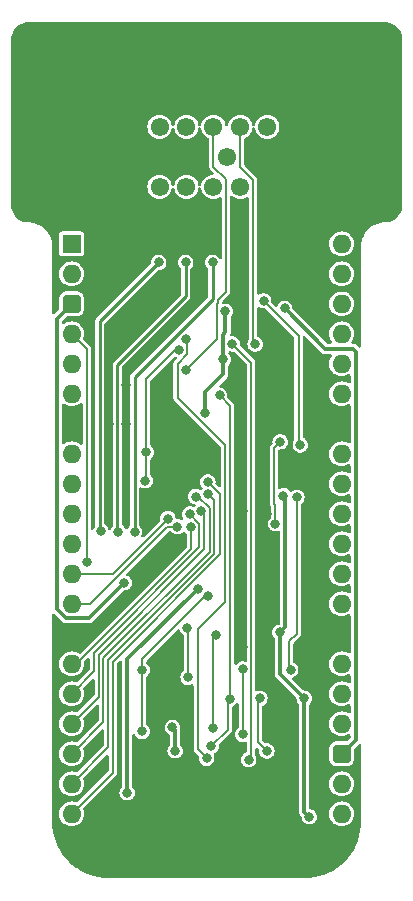
<source format=gbl>
%TF.GenerationSoftware,KiCad,Pcbnew,8.0.4*%
%TF.CreationDate,2024-08-14T13:09:24+02:00*%
%TF.ProjectId,Video DAC,56696465-6f20-4444-9143-2e6b69636164,V0*%
%TF.SameCoordinates,PX6d01460PY32de760*%
%TF.FileFunction,Copper,L2,Bot*%
%TF.FilePolarity,Positive*%
%FSLAX46Y46*%
G04 Gerber Fmt 4.6, Leading zero omitted, Abs format (unit mm)*
G04 Created by KiCad (PCBNEW 8.0.4) date 2024-08-14 13:09:24*
%MOMM*%
%LPD*%
G01*
G04 APERTURE LIST*
G04 Aperture macros list*
%AMRoundRect*
0 Rectangle with rounded corners*
0 $1 Rounding radius*
0 $2 $3 $4 $5 $6 $7 $8 $9 X,Y pos of 4 corners*
0 Add a 4 corners polygon primitive as box body*
4,1,4,$2,$3,$4,$5,$6,$7,$8,$9,$2,$3,0*
0 Add four circle primitives for the rounded corners*
1,1,$1+$1,$2,$3*
1,1,$1+$1,$4,$5*
1,1,$1+$1,$6,$7*
1,1,$1+$1,$8,$9*
0 Add four rect primitives between the rounded corners*
20,1,$1+$1,$2,$3,$4,$5,0*
20,1,$1+$1,$4,$5,$6,$7,0*
20,1,$1+$1,$6,$7,$8,$9,0*
20,1,$1+$1,$8,$9,$2,$3,0*%
G04 Aperture macros list end*
%TA.AperFunction,ComponentPad*%
%ADD10C,1.550000*%
%TD*%
%TA.AperFunction,ComponentPad*%
%ADD11C,4.800000*%
%TD*%
%TA.AperFunction,ComponentPad*%
%ADD12R,1.600000X1.600000*%
%TD*%
%TA.AperFunction,ComponentPad*%
%ADD13O,1.600000X1.600000*%
%TD*%
%TA.AperFunction,ComponentPad*%
%ADD14RoundRect,0.400000X-0.400000X-0.400000X0.400000X-0.400000X0.400000X0.400000X-0.400000X0.400000X0*%
%TD*%
%TA.AperFunction,ViaPad*%
%ADD15C,0.800000*%
%TD*%
%TA.AperFunction,Conductor*%
%ADD16C,0.380000*%
%TD*%
%TA.AperFunction,Conductor*%
%ADD17C,0.200000*%
%TD*%
%TA.AperFunction,Conductor*%
%ADD18C,0.270000*%
%TD*%
G04 APERTURE END LIST*
D10*
%TO.P,J2,1,RED*%
%TO.N,/Red _{OUT}*%
X7440000Y4826000D03*
%TO.P,J2,2,GREEN*%
%TO.N,/Green _{OUT}*%
X9720000Y4826000D03*
%TO.P,J2,3,BLUE*%
%TO.N,/Blue _{OUT}*%
X12000000Y4826000D03*
%TO.P,J2,4,ID2*%
%TO.N,unconnected-(J2-ID2-Pad4)*%
X14280000Y4826000D03*
%TO.P,J2,5,GND*%
%TO.N,/GND*%
X16560000Y4826000D03*
%TO.P,J2,6,GND*%
X6300000Y7366000D03*
%TO.P,J2,7,GND*%
X8580000Y7366000D03*
%TO.P,J2,8,GND*%
X10860000Y7366000D03*
%TO.P,J2,9,KEY*%
%TO.N,unconnected-(J2-KEY-Pad9)*%
X13140000Y7366000D03*
%TO.P,J2,10,GND*%
%TO.N,/GND*%
X15420000Y7366000D03*
%TO.P,J2,11,ID0*%
%TO.N,unconnected-(J2-ID0-Pad11)*%
X7440000Y9906000D03*
%TO.P,J2,12,ID1*%
%TO.N,unconnected-(J2-ID1-Pad12)*%
X9720000Y9906000D03*
%TO.P,J2,13,HSYNC*%
%TO.N,/Horizontal Sync _{OUT}*%
X12000000Y9906000D03*
%TO.P,J2,14,VSYNC*%
%TO.N,/Vertical Sync _{OUT}*%
X14280000Y9906000D03*
%TO.P,J2,15,ID3*%
%TO.N,unconnected-(J2-ID3-Pad15)*%
X16560000Y9906000D03*
D11*
%TO.P,J2,MH1,MH1*%
%TO.N,/GND*%
X23930000Y7366000D03*
%TO.P,J2,MH2,MH2*%
X-1070000Y7366000D03*
%TD*%
D12*
%TO.P,J3,1,Pin_1*%
%TO.N,unconnected-(J3-Pin_1-Pad1)*%
X0Y0D03*
D13*
%TO.P,J3,2,Pin_2*%
%TO.N,/Horizontal Blank*%
X0Y-2540000D03*
D14*
%TO.P,J3,3,Pin_3*%
%TO.N,/5V*%
X0Y-5080000D03*
D13*
%TO.P,J3,4,Pin_4*%
%TO.N,/Horizontal Sync*%
X0Y-7620000D03*
%TO.P,J3,5,Pin_5*%
%TO.N,unconnected-(J3-Pin_5-Pad5)*%
X0Y-10160000D03*
%TO.P,J3,6,Pin_6*%
%TO.N,/~{CLK}*%
X0Y-12700000D03*
D12*
%TO.P,J3,7,Pin_7*%
%TO.N,/GND*%
X0Y-15240000D03*
D13*
%TO.P,J3,8,Pin_8*%
%TO.N,/CLK*%
X0Y-17780000D03*
%TO.P,J3,9,Pin_9*%
%TO.N,unconnected-(J3-Pin_9-Pad9)*%
X0Y-20320000D03*
%TO.P,J3,10,Pin_10*%
%TO.N,/Vertical Blank*%
X0Y-22860000D03*
%TO.P,J3,11,Pin_11*%
%TO.N,/Vertical Sync*%
X0Y-25400000D03*
%TO.P,J3,12,Pin_12*%
%TO.N,/Blue7*%
X0Y-27940000D03*
%TO.P,J3,13,Pin_13*%
%TO.N,/Blue6*%
X0Y-30480000D03*
D12*
%TO.P,J3,14,Pin_14*%
%TO.N,/GND*%
X0Y-33020000D03*
D13*
%TO.P,J3,15,Pin_15*%
%TO.N,/Blue5*%
X0Y-35560000D03*
%TO.P,J3,16,Pin_16*%
%TO.N,/Blue4*%
X0Y-38100000D03*
%TO.P,J3,17,Pin_17*%
%TO.N,/Blue3*%
X0Y-40640000D03*
%TO.P,J3,18,Pin_18*%
%TO.N,/Blue2*%
X0Y-43180000D03*
%TO.P,J3,19,Pin_19*%
%TO.N,/Blue1*%
X0Y-45720000D03*
%TO.P,J3,20,Pin_20*%
%TO.N,/Blue0*%
X0Y-48260000D03*
%TO.P,J3,21,Pin_21*%
%TO.N,/Red0*%
X22860000Y-48260000D03*
%TO.P,J3,22,Pin_22*%
%TO.N,/Red1*%
X22860000Y-45720000D03*
D14*
%TO.P,J3,23,Pin_23*%
%TO.N,/5V*%
X22860000Y-43180000D03*
D13*
%TO.P,J3,24,Pin_24*%
%TO.N,/Red2*%
X22860000Y-40640000D03*
%TO.P,J3,25,Pin_25*%
%TO.N,/Red3*%
X22860000Y-38100000D03*
%TO.P,J3,26,Pin_26*%
%TO.N,/Red4*%
X22860000Y-35560000D03*
D12*
%TO.P,J3,27,Pin_27*%
%TO.N,/GND*%
X22860000Y-33020000D03*
D13*
%TO.P,J3,28,Pin_28*%
%TO.N,/Red5*%
X22860000Y-30480000D03*
%TO.P,J3,29,Pin_29*%
%TO.N,/Red6*%
X22860000Y-27940000D03*
%TO.P,J3,30,Pin_30*%
%TO.N,/Red7*%
X22860000Y-25400000D03*
%TO.P,J3,31,Pin_31*%
%TO.N,unconnected-(J3-Pin_31-Pad31)*%
X22860000Y-22860000D03*
%TO.P,J3,32,Pin_32*%
%TO.N,/Green0*%
X22860000Y-20320000D03*
%TO.P,J3,33,Pin_33*%
%TO.N,/Green1*%
X22860000Y-17780000D03*
D12*
%TO.P,J3,34,Pin_34*%
%TO.N,/GND*%
X22860000Y-15240000D03*
D13*
%TO.P,J3,35,Pin_35*%
%TO.N,/Green2*%
X22860000Y-12700000D03*
%TO.P,J3,36,Pin_36*%
%TO.N,/Green3*%
X22860000Y-10160000D03*
%TO.P,J3,37,Pin_37*%
%TO.N,/Green4*%
X22860000Y-7620000D03*
%TO.P,J3,38,Pin_38*%
%TO.N,/Green5*%
X22860000Y-5080000D03*
%TO.P,J3,39,Pin_39*%
%TO.N,/Green6*%
X22860000Y-2540000D03*
%TO.P,J3,40,Pin_40*%
%TO.N,/Green7*%
X22860000Y0D03*
%TD*%
D15*
%TO.N,/GND*%
X17208500Y-7937500D03*
X14478000Y-34163000D03*
X14224000Y-11049000D03*
X16510000Y-22860000D03*
X1905000Y-32893000D03*
%TO.N,/5V*%
X13019000Y-5715000D03*
X4445000Y-28702000D03*
X18034000Y-5461000D03*
X11296500Y-14351000D03*
X12827000Y-9779000D03*
%TO.N,/GND*%
X11435500Y-50043500D03*
X3529000Y-48652000D03*
X14509488Y-22663537D03*
X7493000Y-44241000D03*
X3937000Y-30861000D03*
X17399000Y-44450000D03*
X11595500Y-16764000D03*
X19177004Y-34290008D03*
X8636000Y-16637000D03*
X4599000Y-15237339D03*
X3129000Y-15240000D03*
X17018000Y-39497000D03*
X20015471Y-15628000D03*
X23876000Y-3937000D03*
X21463000Y-51308000D03*
X16764000Y-34163000D03*
X6323000Y-23628635D03*
X8001000Y-37465008D03*
X19685000Y-3890000D03*
X4599000Y-11938008D03*
X14351000Y-24510988D03*
X16510000Y-2690500D03*
X19939000Y-18867502D03*
X9740497Y-5499506D03*
X7366000Y-5588000D03*
X10795000Y-2667000D03*
X8001000Y-34671000D03*
%TO.N,/Blue0*%
X11529250Y-20164000D03*
%TO.N,/Blue1*%
X11552532Y-21200401D03*
%TO.N,/Blue2*%
X10488334Y-21398000D03*
%TO.N,/Blue3*%
X10984000Y-22661007D03*
%TO.N,/Blue4*%
X10009954Y-22891075D03*
%TO.N,/Blue5*%
X10110290Y-23992382D03*
%TO.N,/Blue6*%
X8942165Y-23951035D03*
%TO.N,/Blue7*%
X8151178Y-23267407D03*
%TO.N,/Blue _{OUT}*%
X11938000Y-1578500D03*
X5322276Y-24395724D03*
%TO.N,/Green _{OUT}*%
X3937000Y-24384000D03*
X9652000Y-1578500D03*
%TO.N,/Red _{OUT}*%
X7366000Y-1578500D03*
X2481255Y-24351305D03*
%TO.N,/1.25V*%
X10728420Y-29202617D03*
X4698994Y-46482000D03*
%TO.N,/3.3V*%
X19685000Y-38481000D03*
X20115000Y-48513998D03*
X8534538Y-40941000D03*
X8763000Y-42926000D03*
X17625000Y-32893000D03*
X17932115Y-21328265D03*
%TO.N,/Horizontal Sync _{HALF}*%
X9710863Y-8071779D03*
X11430000Y-43561000D03*
%TO.N,/Horizontal Sync _{OUT}*%
X9671690Y-10711000D03*
%TO.N,/Vertical Sync _{OUT}*%
X15541645Y-8487125D03*
%TO.N,/Vertical Sync _{HALF}*%
X13617000Y-8487017D03*
X14986000Y-43688000D03*
%TO.N,/Horizontal Sync*%
X1278000Y-26974475D03*
%TO.N,/Vertical Sync*%
X12191980Y-33147000D03*
X11938000Y-40991000D03*
%TO.N,/Horizontal Blank*%
X19353000Y-17023974D03*
X16256000Y-4826000D03*
%TO.N,/Vertical Blank*%
X9776274Y-32502504D03*
X18542000Y-36068000D03*
X19073422Y-21453702D03*
X9851500Y-36703000D03*
%TO.N,/Blank*%
X17246548Y-23700000D03*
X17653010Y-16764000D03*
%TO.N,/CLK*%
X14490500Y-41529000D03*
X6323000Y-17652998D03*
X6223000Y-20066000D03*
X11557000Y-29845000D03*
X14478000Y-36003000D03*
X5969000Y-41275000D03*
X5968980Y-36068000D03*
X9071004Y-8959608D03*
%TO.N,/~{CLK}*%
X12518214Y-12831092D03*
X13391855Y-38523227D03*
X15939994Y-38481000D03*
X16525957Y-42941957D03*
X11811000Y-42545000D03*
%TD*%
D16*
%TO.N,/3.3V*%
X19685000Y-38481000D02*
X19685000Y-48083998D01*
X19685000Y-48083998D02*
X20115000Y-48513998D01*
%TO.N,/GND*%
X17145000Y-8001000D02*
X17208500Y-7937500D01*
X17145000Y-15621000D02*
X17145000Y-8001000D01*
X14351000Y-34036000D02*
X14478000Y-34163000D01*
X14351000Y-24510988D02*
X14351000Y-34036000D01*
X14224000Y-22378049D02*
X14224000Y-11049000D01*
X14509488Y-22663537D02*
X14224000Y-22378049D01*
X14351000Y-22822025D02*
X14509488Y-22663537D01*
X14351000Y-24510988D02*
X14351000Y-22822025D01*
D17*
%TO.N,/Blank*%
X17246548Y-22103777D02*
X17246548Y-23700000D01*
X17135000Y-21992229D02*
X17246548Y-22103777D01*
X17653010Y-16764000D02*
X17135000Y-17282010D01*
X17135000Y-17282010D02*
X17135000Y-21992229D01*
D16*
%TO.N,/3.3V*%
X18086548Y-32431452D02*
X17625000Y-32893000D01*
X18086548Y-21482698D02*
X18086548Y-32431452D01*
X17932115Y-21328265D02*
X18086548Y-21482698D01*
D17*
%TO.N,/Vertical Blank*%
X18415000Y-33655000D02*
X18415000Y-35941000D01*
X19073422Y-32996578D02*
X18415000Y-33655000D01*
X19073422Y-21453702D02*
X19073422Y-32996578D01*
X18415000Y-35941000D02*
X18542000Y-36068000D01*
D16*
%TO.N,/GND*%
X16510000Y-16256000D02*
X16510000Y-22860000D01*
X17145000Y-15621000D02*
X16510000Y-16256000D01*
X18034000Y-15621000D02*
X17145000Y-15621000D01*
X18161000Y-15748000D02*
X18034000Y-15621000D01*
X20193000Y-15805529D02*
X20015471Y-15628000D01*
X20193000Y-18613502D02*
X20193000Y-15805529D01*
X18513000Y-16100000D02*
X18161000Y-15748000D01*
X19939000Y-18867502D02*
X18513000Y-17441502D01*
D17*
%TO.N,/Horizontal Blank*%
X19206000Y-16876974D02*
X19353000Y-17023974D01*
D16*
%TO.N,/GND*%
X19939000Y-18867502D02*
X20193000Y-18613502D01*
D17*
%TO.N,/Horizontal Blank*%
X19206000Y-7776000D02*
X19206000Y-16876974D01*
D16*
%TO.N,/GND*%
X18513000Y-17441502D02*
X18513000Y-16100000D01*
D17*
%TO.N,/Horizontal Blank*%
X16256000Y-4826000D02*
X19206000Y-7776000D01*
D16*
%TO.N,/GND*%
X22860000Y-15240000D02*
X20403471Y-15240000D01*
X20403471Y-15240000D02*
X20015471Y-15628000D01*
X1905000Y-32893000D02*
X3937000Y-30861000D01*
X1778000Y-33020000D02*
X1905000Y-32893000D01*
X0Y-33020000D02*
X1778000Y-33020000D01*
D17*
%TO.N,/Blue5*%
X10110290Y-25830710D02*
X10110290Y-23992382D01*
X381000Y-35560000D02*
X10110290Y-25830710D01*
%TO.N,/Blue3*%
X11210290Y-22887297D02*
X10984000Y-22661007D01*
X11210290Y-25862081D02*
X11210290Y-22887297D01*
X2292500Y-34779871D02*
X11210290Y-25862081D01*
X2292500Y-38347500D02*
X2292500Y-34779871D01*
%TO.N,/Blue4*%
X1892500Y-34614185D02*
X10810290Y-25696395D01*
X1892500Y-36207500D02*
X1892500Y-34614185D01*
X10009954Y-22902096D02*
X10009954Y-22891075D01*
X0Y-38100000D02*
X1892500Y-36207500D01*
X10810290Y-23702432D02*
X10009954Y-22902096D01*
%TO.N,/Blue3*%
X0Y-40640000D02*
X2292500Y-38347500D01*
%TO.N,/Blue4*%
X10810290Y-25696395D02*
X10810290Y-23702432D01*
D16*
%TO.N,/5V*%
X-1270000Y-30892915D02*
X-1270000Y-6350000D01*
X1477000Y-31670000D02*
X-492915Y-31670000D01*
X23815489Y-8890002D02*
X24050000Y-9124513D01*
X12827000Y-9779000D02*
X12827000Y-7685000D01*
X13019000Y-5715000D02*
X13019000Y-7493000D01*
X18034000Y-5461000D02*
X21463002Y-8890002D01*
X11296500Y-14351000D02*
X11296500Y-12579500D01*
X21463002Y-8890002D02*
X23815489Y-8890002D01*
X12827000Y-11049000D02*
X12827000Y-9779000D01*
X12827000Y-7685000D02*
X13019000Y-7493000D01*
X-492915Y-31670000D02*
X-1270000Y-30892915D01*
X11296500Y-12579500D02*
X12827000Y-11049000D01*
X-1270000Y-6350000D02*
X0Y-5080000D01*
X4445000Y-28702000D02*
X1477000Y-31670000D01*
X24050000Y-41990000D02*
X22860000Y-43180000D01*
X24050000Y-9124513D02*
X24050000Y-41990000D01*
%TO.N,/GND*%
X11595500Y-16764000D02*
X8763000Y-16764000D01*
X4572000Y-15210339D02*
X4572000Y-11965008D01*
X8001000Y-37465008D02*
X7493000Y-37973008D01*
X7493000Y-46101000D02*
X7493000Y-44241000D01*
X17834229Y-3890000D02*
X16634729Y-2690500D01*
X3048000Y-15159000D02*
X3129000Y-15240000D01*
X10795000Y-2667000D02*
X10795000Y-4445003D01*
X19684996Y-34798000D02*
X19177004Y-34290008D01*
X4920500Y-50043500D02*
X3529000Y-48652000D01*
X10795000Y-4445003D02*
X9740497Y-5499506D01*
X11435500Y-50043500D02*
X4920500Y-50043500D01*
X21082000Y-34798000D02*
X21082000Y-50927000D01*
X23829000Y-3890000D02*
X19685000Y-3890000D01*
X3048000Y-9906000D02*
X3048000Y-15159000D01*
X17653000Y-44196000D02*
X17399000Y-44450000D01*
X16634729Y-2690500D02*
X16510000Y-2690500D01*
X12700000Y-51308000D02*
X11435500Y-50043500D01*
X19685000Y-3890000D02*
X17834229Y-3890000D01*
X21463000Y-51308000D02*
X12700000Y-51308000D01*
X7493000Y-37973008D02*
X7493000Y-44241000D01*
X11435500Y-50043500D02*
X7493000Y-46101000D01*
X22860000Y-33020000D02*
X21082000Y-34798000D01*
X17653000Y-40132000D02*
X17653000Y-44196000D01*
X4599000Y-15237339D02*
X4572000Y-15210339D01*
X17018000Y-39497000D02*
X16764000Y-39243000D01*
X16764000Y-39243000D02*
X16764000Y-34163000D01*
X9740497Y-5499506D02*
X4599000Y-10641003D01*
X21082000Y-50927000D02*
X21463000Y-51308000D01*
X17018000Y-39497000D02*
X17653000Y-40132000D01*
X21082000Y-34798000D02*
X19684996Y-34798000D01*
X4599000Y-10641003D02*
X4599000Y-11938008D01*
X23876000Y-3937000D02*
X23829000Y-3890000D01*
X7366000Y-5588000D02*
X3048000Y-9906000D01*
X4572000Y-11965008D02*
X4599000Y-11938008D01*
X8001000Y-34671000D02*
X8001000Y-37465008D01*
X8763000Y-16764000D02*
X8636000Y-16637000D01*
D17*
%TO.N,/Blue0*%
X3492500Y-44767500D02*
X3492500Y-35395550D01*
X3492500Y-35395550D02*
X12592000Y-26296050D01*
X12592000Y-26296050D02*
X12592000Y-21223398D01*
X0Y-48260000D02*
X3492500Y-44767500D01*
X11532602Y-20164000D02*
X11529250Y-20164000D01*
X12592000Y-21223398D02*
X11532602Y-20164000D01*
%TO.N,/Blue1*%
X12084000Y-21731869D02*
X11552532Y-21200401D01*
X12084000Y-26238365D02*
X12084000Y-21731869D01*
X3092500Y-42627500D02*
X3092500Y-35229864D01*
X3092500Y-35229864D02*
X12084000Y-26238365D01*
X0Y-45720000D02*
X3092500Y-42627500D01*
%TO.N,/Blue2*%
X2692500Y-35064178D02*
X11684000Y-26072680D01*
X11684000Y-22352000D02*
X10730000Y-21398000D01*
X10730000Y-21398000D02*
X10488334Y-21398000D01*
X2692500Y-40487500D02*
X2692500Y-35064178D01*
X11684000Y-26072680D02*
X11684000Y-22352000D01*
X0Y-43180000D02*
X2692500Y-40487500D01*
%TO.N,/Blue6*%
X1581686Y-30480000D02*
X8094279Y-23967407D01*
X8441128Y-23967407D02*
X8457500Y-23951035D01*
X8094279Y-23967407D02*
X8441128Y-23967407D01*
X8457500Y-23951035D02*
X8942165Y-23951035D01*
X0Y-30480000D02*
X1581686Y-30480000D01*
%TO.N,/Blue7*%
X3478585Y-27940000D02*
X8151178Y-23267407D01*
X0Y-27940000D02*
X3478585Y-27940000D01*
D18*
%TO.N,/Blue _{OUT}*%
X5334000Y-24384000D02*
X5322276Y-24395724D01*
X5334000Y-11283462D02*
X5334000Y-24384000D01*
X11938000Y-1578500D02*
X11938000Y-4679462D01*
X11938000Y-4679462D02*
X5334000Y-11283462D01*
%TO.N,/Green _{OUT}*%
X9652000Y-4445000D02*
X3864000Y-10233000D01*
X3864000Y-10233000D02*
X3864000Y-24311000D01*
X3864000Y-24311000D02*
X3937000Y-24384000D01*
X9652000Y-1578500D02*
X9652000Y-4445000D01*
%TO.N,/Red _{OUT}*%
X2394000Y-6550500D02*
X2394000Y-24264050D01*
X7366000Y-1578500D02*
X2394000Y-6550500D01*
X2394000Y-24264050D02*
X2481255Y-24351305D01*
D16*
%TO.N,/1.25V*%
X4698994Y-46482000D02*
X4698994Y-35179006D01*
X10675383Y-29202617D02*
X10728420Y-29202617D01*
X4698994Y-35179006D02*
X10675383Y-29202617D01*
%TO.N,/3.3V*%
X17625000Y-36421000D02*
X17625000Y-32893000D01*
X8763000Y-42926000D02*
X8763000Y-41169462D01*
X8763000Y-41169462D02*
X8534538Y-40941000D01*
X19685000Y-38481000D02*
X17625000Y-36421000D01*
D17*
%TO.N,/Horizontal Sync _{HALF}*%
X9771001Y-8131917D02*
X9710863Y-8071779D01*
X10668000Y-42799000D02*
X10668000Y-32639000D01*
X10668000Y-32639000D02*
X12991999Y-30315001D01*
X11430000Y-43561000D02*
X10668000Y-42799000D01*
X12991999Y-30315001D02*
X12991999Y-17055999D01*
X12991999Y-17055999D02*
X8971690Y-13035690D01*
X8971690Y-10150419D02*
X9771001Y-9351108D01*
X8971690Y-13035690D02*
X8971690Y-10150419D01*
X9771001Y-9351108D02*
X9771001Y-8131917D01*
%TO.N,/Horizontal Sync _{OUT}*%
X13075000Y5467000D02*
X13075000Y-4070000D01*
X12373000Y-4772000D02*
X12373000Y-5006183D01*
X12000000Y9906000D02*
X12000000Y6542000D01*
X12319000Y-5060182D02*
X12319000Y-8063690D01*
X12000000Y6542000D02*
X13075000Y5467000D01*
X12373000Y-5006183D02*
X12319000Y-5060182D01*
X12319000Y-8063690D02*
X9671690Y-10711000D01*
X13075000Y-4070000D02*
X12373000Y-4772000D01*
%TO.N,/Vertical Sync _{OUT}*%
X14280000Y6473280D02*
X15361483Y5391797D01*
X15361483Y5391797D02*
X15361483Y-8306963D01*
X14280000Y9906000D02*
X14280000Y6473280D01*
X15361483Y-8306963D02*
X15541645Y-8487125D01*
%TO.N,/Vertical Sync _{HALF}*%
X14986000Y-43688000D02*
X15209488Y-43464512D01*
X15209488Y-10079505D02*
X13617000Y-8487017D01*
X15209488Y-43464512D02*
X15209488Y-10079505D01*
%TO.N,/Horizontal Sync*%
X0Y-7620000D02*
X1278000Y-8898000D01*
X1278000Y-8898000D02*
X1278000Y-26974475D01*
%TO.N,/Vertical Sync*%
X12191980Y-33147000D02*
X11938000Y-33400980D01*
X11938000Y-33400980D02*
X11938000Y-40991000D01*
%TO.N,/Vertical Blank*%
X9851500Y-32577730D02*
X9776274Y-32502504D01*
X9851500Y-36703000D02*
X9851500Y-32577730D01*
%TO.N,/CLK*%
X6323000Y-17652998D02*
X6323000Y-11422609D01*
X5968980Y-35179020D02*
X11303000Y-29845000D01*
X14478000Y-36003000D02*
X14478000Y-41516500D01*
X11303000Y-29845000D02*
X11557000Y-29845000D01*
X6323000Y-19966000D02*
X6223000Y-20066000D01*
X5968980Y-36068000D02*
X5968980Y-35179020D01*
X14478000Y-41516500D02*
X14490500Y-41529000D01*
X8786001Y-8959608D02*
X9071004Y-8959608D01*
X5969000Y-36068020D02*
X5968980Y-36068000D01*
X5969000Y-41275000D02*
X5969000Y-36068020D01*
X6323000Y-11422609D02*
X8786001Y-8959608D01*
X6323000Y-17652998D02*
X6323000Y-19966000D01*
%TO.N,/~{CLK}*%
X13208000Y-38707082D02*
X13391855Y-38523227D01*
X13208000Y-41148000D02*
X13208000Y-38707082D01*
X13399532Y-38515550D02*
X13399532Y-13712410D01*
X11811000Y-42545000D02*
X13208000Y-41148000D01*
X13391855Y-38523227D02*
X13399532Y-38515550D01*
X15748000Y-38672994D02*
X15939994Y-38481000D01*
X13399532Y-13712410D02*
X12518214Y-12831092D01*
X15748000Y-42164000D02*
X15748000Y-38672994D01*
X16525957Y-42941957D02*
X15748000Y-42164000D01*
%TD*%
%TA.AperFunction,Conductor*%
%TO.N,/GND*%
G36*
X21292975Y-9300483D02*
G01*
X21405009Y-9330502D01*
X21919603Y-9330502D01*
X21986642Y-9350187D01*
X22032397Y-9402991D01*
X22042341Y-9472149D01*
X22015456Y-9533167D01*
X21982317Y-9573546D01*
X21884769Y-9756043D01*
X21824699Y-9954067D01*
X21804417Y-10160000D01*
X21824699Y-10365932D01*
X21824700Y-10365934D01*
X21884768Y-10563954D01*
X21982315Y-10746450D01*
X22016969Y-10788677D01*
X22113589Y-10906410D01*
X22210209Y-10985702D01*
X22273550Y-11037685D01*
X22456046Y-11135232D01*
X22654066Y-11195300D01*
X22654065Y-11195300D01*
X22672529Y-11197118D01*
X22860000Y-11215583D01*
X23065934Y-11195300D01*
X23263954Y-11135232D01*
X23427048Y-11048055D01*
X23495449Y-11033814D01*
X23560693Y-11058814D01*
X23602064Y-11115118D01*
X23609500Y-11157414D01*
X23609500Y-11702585D01*
X23589815Y-11769624D01*
X23537011Y-11815379D01*
X23467853Y-11825323D01*
X23427047Y-11811943D01*
X23263958Y-11724769D01*
X23164944Y-11694734D01*
X23065934Y-11664700D01*
X23065932Y-11664699D01*
X23065934Y-11664699D01*
X22860000Y-11644417D01*
X22654067Y-11664699D01*
X22456043Y-11724769D01*
X22372127Y-11769624D01*
X22273550Y-11822315D01*
X22273548Y-11822316D01*
X22273547Y-11822317D01*
X22113589Y-11953589D01*
X21982317Y-12113547D01*
X21884769Y-12296043D01*
X21824699Y-12494067D01*
X21804417Y-12700000D01*
X21824699Y-12905932D01*
X21824700Y-12905934D01*
X21884768Y-13103954D01*
X21982315Y-13286450D01*
X21982317Y-13286452D01*
X22113589Y-13446410D01*
X22210209Y-13525702D01*
X22273550Y-13577685D01*
X22456046Y-13675232D01*
X22654066Y-13735300D01*
X22654065Y-13735300D01*
X22672529Y-13737118D01*
X22860000Y-13755583D01*
X23065934Y-13735300D01*
X23263954Y-13675232D01*
X23427048Y-13588055D01*
X23495449Y-13573814D01*
X23560693Y-13598814D01*
X23602064Y-13655118D01*
X23609500Y-13697414D01*
X23609500Y-16782585D01*
X23589815Y-16849624D01*
X23537011Y-16895379D01*
X23467853Y-16905323D01*
X23427047Y-16891943D01*
X23263958Y-16804769D01*
X23129558Y-16764000D01*
X23065934Y-16744700D01*
X23065932Y-16744699D01*
X23065934Y-16744699D01*
X22860000Y-16724417D01*
X22654067Y-16744699D01*
X22456043Y-16804769D01*
X22372127Y-16849624D01*
X22273550Y-16902315D01*
X22273548Y-16902316D01*
X22273547Y-16902317D01*
X22113589Y-17033589D01*
X21992785Y-17180792D01*
X21982315Y-17193550D01*
X21943643Y-17265898D01*
X21884769Y-17376043D01*
X21824699Y-17574067D01*
X21804417Y-17780000D01*
X21824699Y-17985932D01*
X21824700Y-17985934D01*
X21884768Y-18183954D01*
X21982315Y-18366450D01*
X21982317Y-18366452D01*
X22113589Y-18526410D01*
X22210209Y-18605702D01*
X22273550Y-18657685D01*
X22456046Y-18755232D01*
X22654066Y-18815300D01*
X22654065Y-18815300D01*
X22672529Y-18817118D01*
X22860000Y-18835583D01*
X23065934Y-18815300D01*
X23263954Y-18755232D01*
X23427048Y-18668055D01*
X23495449Y-18653814D01*
X23560693Y-18678814D01*
X23602064Y-18735118D01*
X23609500Y-18777414D01*
X23609500Y-19322585D01*
X23589815Y-19389624D01*
X23537011Y-19435379D01*
X23467853Y-19445323D01*
X23427047Y-19431943D01*
X23263958Y-19344769D01*
X23164944Y-19314734D01*
X23065934Y-19284700D01*
X23065932Y-19284699D01*
X23065934Y-19284699D01*
X22860000Y-19264417D01*
X22654067Y-19284699D01*
X22456043Y-19344769D01*
X22372127Y-19389624D01*
X22273550Y-19442315D01*
X22273548Y-19442316D01*
X22273547Y-19442317D01*
X22113589Y-19573589D01*
X21982317Y-19733547D01*
X21884769Y-19916043D01*
X21824699Y-20114067D01*
X21804417Y-20320000D01*
X21824699Y-20525932D01*
X21824700Y-20525934D01*
X21884768Y-20723954D01*
X21982315Y-20906450D01*
X21982317Y-20906452D01*
X22113589Y-21066410D01*
X22175880Y-21117530D01*
X22273550Y-21197685D01*
X22456046Y-21295232D01*
X22654066Y-21355300D01*
X22654065Y-21355300D01*
X22672529Y-21357118D01*
X22860000Y-21375583D01*
X23065934Y-21355300D01*
X23263954Y-21295232D01*
X23427048Y-21208055D01*
X23495449Y-21193814D01*
X23560693Y-21218814D01*
X23602064Y-21275118D01*
X23609500Y-21317414D01*
X23609500Y-21862585D01*
X23589815Y-21929624D01*
X23537011Y-21975379D01*
X23467853Y-21985323D01*
X23427047Y-21971943D01*
X23263958Y-21884769D01*
X23139603Y-21847047D01*
X23065934Y-21824700D01*
X23065932Y-21824699D01*
X23065934Y-21824699D01*
X22860000Y-21804417D01*
X22654067Y-21824699D01*
X22456043Y-21884769D01*
X22372127Y-21929624D01*
X22273550Y-21982315D01*
X22273548Y-21982316D01*
X22273547Y-21982317D01*
X22113589Y-22113589D01*
X21982317Y-22273547D01*
X21884769Y-22456043D01*
X21824699Y-22654067D01*
X21804417Y-22860000D01*
X21824699Y-23065932D01*
X21824700Y-23065934D01*
X21884768Y-23263954D01*
X21982315Y-23446450D01*
X21982317Y-23446452D01*
X22113589Y-23606410D01*
X22210209Y-23685702D01*
X22273550Y-23737685D01*
X22456046Y-23835232D01*
X22654066Y-23895300D01*
X22654065Y-23895300D01*
X22672529Y-23897118D01*
X22860000Y-23915583D01*
X23065934Y-23895300D01*
X23263954Y-23835232D01*
X23427048Y-23748055D01*
X23495449Y-23733814D01*
X23560693Y-23758814D01*
X23602064Y-23815118D01*
X23609500Y-23857414D01*
X23609500Y-24402585D01*
X23589815Y-24469624D01*
X23537011Y-24515379D01*
X23467853Y-24525323D01*
X23427047Y-24511943D01*
X23263958Y-24424769D01*
X23164944Y-24394734D01*
X23065934Y-24364700D01*
X23065932Y-24364699D01*
X23065934Y-24364699D01*
X22860000Y-24344417D01*
X22654067Y-24364699D01*
X22456043Y-24424769D01*
X22372127Y-24469624D01*
X22273550Y-24522315D01*
X22273548Y-24522316D01*
X22273547Y-24522317D01*
X22113589Y-24653589D01*
X21982317Y-24813547D01*
X21884769Y-24996043D01*
X21824699Y-25194067D01*
X21804417Y-25400000D01*
X21824699Y-25605932D01*
X21824700Y-25605934D01*
X21884768Y-25803954D01*
X21982315Y-25986450D01*
X21982317Y-25986452D01*
X22113589Y-26146410D01*
X22210209Y-26225702D01*
X22273550Y-26277685D01*
X22456046Y-26375232D01*
X22654066Y-26435300D01*
X22654065Y-26435300D01*
X22672529Y-26437118D01*
X22860000Y-26455583D01*
X23065934Y-26435300D01*
X23263954Y-26375232D01*
X23427048Y-26288055D01*
X23495449Y-26273814D01*
X23560693Y-26298814D01*
X23602064Y-26355118D01*
X23609500Y-26397414D01*
X23609500Y-26942585D01*
X23589815Y-27009624D01*
X23537011Y-27055379D01*
X23467853Y-27065323D01*
X23427047Y-27051943D01*
X23263958Y-26964769D01*
X23164944Y-26934734D01*
X23065934Y-26904700D01*
X23065932Y-26904699D01*
X23065934Y-26904699D01*
X22860000Y-26884417D01*
X22654067Y-26904699D01*
X22456043Y-26964769D01*
X22372127Y-27009624D01*
X22273550Y-27062315D01*
X22273548Y-27062316D01*
X22273547Y-27062317D01*
X22113589Y-27193589D01*
X21982317Y-27353547D01*
X21884769Y-27536043D01*
X21824699Y-27734067D01*
X21804417Y-27940000D01*
X21824699Y-28145932D01*
X21824700Y-28145934D01*
X21884768Y-28343954D01*
X21982315Y-28526450D01*
X21982317Y-28526452D01*
X22113589Y-28686410D01*
X22210209Y-28765702D01*
X22273550Y-28817685D01*
X22456046Y-28915232D01*
X22654066Y-28975300D01*
X22654065Y-28975300D01*
X22672529Y-28977118D01*
X22860000Y-28995583D01*
X23065934Y-28975300D01*
X23263954Y-28915232D01*
X23427048Y-28828055D01*
X23495449Y-28813814D01*
X23560693Y-28838814D01*
X23602064Y-28895118D01*
X23609500Y-28937414D01*
X23609500Y-29482585D01*
X23589815Y-29549624D01*
X23537011Y-29595379D01*
X23467853Y-29605323D01*
X23427047Y-29591943D01*
X23263958Y-29504769D01*
X23164944Y-29474734D01*
X23065934Y-29444700D01*
X23065932Y-29444699D01*
X23065934Y-29444699D01*
X22860000Y-29424417D01*
X22654067Y-29444699D01*
X22456043Y-29504769D01*
X22372127Y-29549624D01*
X22273550Y-29602315D01*
X22273548Y-29602316D01*
X22273547Y-29602317D01*
X22113589Y-29733589D01*
X21982317Y-29893547D01*
X21884769Y-30076043D01*
X21824699Y-30274067D01*
X21804417Y-30480000D01*
X21824699Y-30685932D01*
X21824700Y-30685934D01*
X21884768Y-30883954D01*
X21982315Y-31066450D01*
X21982317Y-31066452D01*
X22113589Y-31226410D01*
X22210209Y-31305702D01*
X22273550Y-31357685D01*
X22456046Y-31455232D01*
X22654066Y-31515300D01*
X22654065Y-31515300D01*
X22672529Y-31517118D01*
X22860000Y-31535583D01*
X23065934Y-31515300D01*
X23263954Y-31455232D01*
X23427048Y-31368055D01*
X23495449Y-31353814D01*
X23560693Y-31378814D01*
X23602064Y-31435118D01*
X23609500Y-31477414D01*
X23609500Y-34562585D01*
X23589815Y-34629624D01*
X23537011Y-34675379D01*
X23467853Y-34685323D01*
X23427047Y-34671943D01*
X23263958Y-34584769D01*
X23164944Y-34554734D01*
X23065934Y-34524700D01*
X23065932Y-34524699D01*
X23065934Y-34524699D01*
X22860000Y-34504417D01*
X22654067Y-34524699D01*
X22456043Y-34584769D01*
X22372127Y-34629624D01*
X22273550Y-34682315D01*
X22273548Y-34682316D01*
X22273547Y-34682317D01*
X22113589Y-34813589D01*
X21982317Y-34973547D01*
X21982315Y-34973550D01*
X21944802Y-35043732D01*
X21884769Y-35156043D01*
X21824699Y-35354067D01*
X21804417Y-35560000D01*
X21824699Y-35765932D01*
X21824700Y-35765934D01*
X21884768Y-35963954D01*
X21982315Y-36146450D01*
X21982317Y-36146452D01*
X22113589Y-36306410D01*
X22182554Y-36363007D01*
X22273550Y-36437685D01*
X22456046Y-36535232D01*
X22654066Y-36595300D01*
X22654065Y-36595300D01*
X22672529Y-36597118D01*
X22860000Y-36615583D01*
X23065934Y-36595300D01*
X23263954Y-36535232D01*
X23427048Y-36448055D01*
X23495449Y-36433814D01*
X23560693Y-36458814D01*
X23602064Y-36515118D01*
X23609500Y-36557414D01*
X23609500Y-37102585D01*
X23589815Y-37169624D01*
X23537011Y-37215379D01*
X23467853Y-37225323D01*
X23427047Y-37211943D01*
X23263958Y-37124769D01*
X23164944Y-37094734D01*
X23065934Y-37064700D01*
X23065932Y-37064699D01*
X23065934Y-37064699D01*
X22860000Y-37044417D01*
X22654067Y-37064699D01*
X22456043Y-37124769D01*
X22372127Y-37169624D01*
X22273550Y-37222315D01*
X22273548Y-37222316D01*
X22273547Y-37222317D01*
X22113589Y-37353589D01*
X21982317Y-37513547D01*
X21884769Y-37696043D01*
X21824699Y-37894067D01*
X21804417Y-38100000D01*
X21824699Y-38305932D01*
X21824700Y-38305934D01*
X21884768Y-38503954D01*
X21982315Y-38686450D01*
X21982317Y-38686452D01*
X22113589Y-38846410D01*
X22171819Y-38894197D01*
X22273550Y-38977685D01*
X22456046Y-39075232D01*
X22654066Y-39135300D01*
X22654065Y-39135300D01*
X22660391Y-39135923D01*
X22860000Y-39155583D01*
X23065934Y-39135300D01*
X23263954Y-39075232D01*
X23427048Y-38988055D01*
X23495449Y-38973814D01*
X23560693Y-38998814D01*
X23602064Y-39055118D01*
X23609500Y-39097414D01*
X23609500Y-39642585D01*
X23589815Y-39709624D01*
X23537011Y-39755379D01*
X23467853Y-39765323D01*
X23427047Y-39751943D01*
X23263958Y-39664769D01*
X23164944Y-39634734D01*
X23065934Y-39604700D01*
X23065932Y-39604699D01*
X23065934Y-39604699D01*
X22860000Y-39584417D01*
X22654067Y-39604699D01*
X22456043Y-39664769D01*
X22372127Y-39709624D01*
X22273550Y-39762315D01*
X22273548Y-39762316D01*
X22273547Y-39762317D01*
X22113589Y-39893589D01*
X21982317Y-40053547D01*
X21884769Y-40236043D01*
X21824699Y-40434067D01*
X21804417Y-40640000D01*
X21824699Y-40845932D01*
X21824700Y-40845934D01*
X21884768Y-41043954D01*
X21982315Y-41226450D01*
X21982317Y-41226452D01*
X22113589Y-41386410D01*
X22161258Y-41425530D01*
X22273550Y-41517685D01*
X22456046Y-41615232D01*
X22654066Y-41675300D01*
X22654065Y-41675300D01*
X22672529Y-41677118D01*
X22860000Y-41695583D01*
X23065934Y-41675300D01*
X23263954Y-41615232D01*
X23427048Y-41528055D01*
X23495449Y-41513814D01*
X23560693Y-41538814D01*
X23602064Y-41595118D01*
X23609500Y-41637414D01*
X23609500Y-41756177D01*
X23589815Y-41823216D01*
X23573181Y-41843858D01*
X23323858Y-42093181D01*
X23262535Y-42126666D01*
X23236177Y-42129500D01*
X22394298Y-42129500D01*
X22357432Y-42132401D01*
X22357426Y-42132402D01*
X22199606Y-42178254D01*
X22199603Y-42178255D01*
X22058137Y-42261917D01*
X22058129Y-42261923D01*
X21941923Y-42378129D01*
X21941917Y-42378137D01*
X21858255Y-42519603D01*
X21858254Y-42519606D01*
X21812402Y-42677426D01*
X21812401Y-42677432D01*
X21809500Y-42714298D01*
X21809500Y-43645701D01*
X21812401Y-43682567D01*
X21812402Y-43682573D01*
X21858254Y-43840393D01*
X21858255Y-43840396D01*
X21941917Y-43981862D01*
X21941923Y-43981870D01*
X22058129Y-44098076D01*
X22058133Y-44098079D01*
X22058135Y-44098081D01*
X22199602Y-44181744D01*
X22241224Y-44193836D01*
X22357426Y-44227597D01*
X22357429Y-44227597D01*
X22357431Y-44227598D01*
X22394306Y-44230500D01*
X22394314Y-44230500D01*
X23325686Y-44230500D01*
X23325694Y-44230500D01*
X23362569Y-44227598D01*
X23362571Y-44227597D01*
X23362573Y-44227597D01*
X23417978Y-44211500D01*
X23520398Y-44181744D01*
X23661865Y-44098081D01*
X23778081Y-43981865D01*
X23861744Y-43840398D01*
X23907598Y-43682569D01*
X23910500Y-43645694D01*
X23910500Y-42803823D01*
X23930185Y-42736784D01*
X23946819Y-42716142D01*
X24117961Y-42545000D01*
X24302580Y-42360380D01*
X24363901Y-42326897D01*
X24433592Y-42331881D01*
X24489526Y-42373752D01*
X24513943Y-42439217D01*
X24514259Y-42448058D01*
X24514500Y-48891194D01*
X24514500Y-48892294D01*
X24514382Y-48897703D01*
X24496358Y-49310513D01*
X24495415Y-49321289D01*
X24441836Y-49728262D01*
X24439958Y-49738915D01*
X24351111Y-50139680D01*
X24348311Y-50150130D01*
X24224872Y-50541626D01*
X24221172Y-50551791D01*
X24064083Y-50931036D01*
X24059511Y-50940840D01*
X23869972Y-51304942D01*
X23864564Y-51314310D01*
X23644001Y-51660525D01*
X23637796Y-51669386D01*
X23387906Y-51995050D01*
X23380952Y-52003337D01*
X23103629Y-52305980D01*
X23095980Y-52313629D01*
X22793337Y-52590952D01*
X22785050Y-52597906D01*
X22459386Y-52847796D01*
X22450525Y-52854001D01*
X22104310Y-53074564D01*
X22094942Y-53079972D01*
X21730840Y-53269511D01*
X21721036Y-53274083D01*
X21341791Y-53431172D01*
X21331625Y-53434872D01*
X21209000Y-53473535D01*
X21209000Y-48260000D01*
X21804417Y-48260000D01*
X21824699Y-48465932D01*
X21824700Y-48465934D01*
X21884768Y-48663954D01*
X21982315Y-48846450D01*
X22016969Y-48888677D01*
X22113589Y-49006410D01*
X22210209Y-49085702D01*
X22273550Y-49137685D01*
X22456046Y-49235232D01*
X22654066Y-49295300D01*
X22654065Y-49295300D01*
X22672529Y-49297118D01*
X22860000Y-49315583D01*
X23065934Y-49295300D01*
X23263954Y-49235232D01*
X23446450Y-49137685D01*
X23606410Y-49006410D01*
X23737685Y-48846450D01*
X23835232Y-48663954D01*
X23895300Y-48465934D01*
X23915583Y-48260000D01*
X23895300Y-48054066D01*
X23835232Y-47856046D01*
X23737685Y-47673550D01*
X23685702Y-47610209D01*
X23606410Y-47513589D01*
X23446452Y-47382317D01*
X23446453Y-47382317D01*
X23446450Y-47382315D01*
X23263954Y-47284768D01*
X23065934Y-47224700D01*
X23065932Y-47224699D01*
X23065934Y-47224699D01*
X22860000Y-47204417D01*
X22654067Y-47224699D01*
X22456043Y-47284769D01*
X22345898Y-47343643D01*
X22273550Y-47382315D01*
X22273548Y-47382316D01*
X22273547Y-47382317D01*
X22113589Y-47513589D01*
X21982317Y-47673547D01*
X21884769Y-47856043D01*
X21884768Y-47856045D01*
X21884768Y-47856046D01*
X21877898Y-47878692D01*
X21824699Y-48054067D01*
X21804417Y-48260000D01*
X21209000Y-48260000D01*
X21209000Y-45720000D01*
X21804417Y-45720000D01*
X21824699Y-45925932D01*
X21824700Y-45925934D01*
X21884768Y-46123954D01*
X21982315Y-46306450D01*
X21982317Y-46306452D01*
X22113589Y-46466410D01*
X22210209Y-46545702D01*
X22273550Y-46597685D01*
X22456046Y-46695232D01*
X22654066Y-46755300D01*
X22654065Y-46755300D01*
X22672529Y-46757118D01*
X22860000Y-46775583D01*
X23065934Y-46755300D01*
X23263954Y-46695232D01*
X23446450Y-46597685D01*
X23606410Y-46466410D01*
X23737685Y-46306450D01*
X23835232Y-46123954D01*
X23895300Y-45925934D01*
X23915583Y-45720000D01*
X23895300Y-45514066D01*
X23835232Y-45316046D01*
X23737685Y-45133550D01*
X23685702Y-45070209D01*
X23606410Y-44973589D01*
X23446452Y-44842317D01*
X23446453Y-44842317D01*
X23446450Y-44842315D01*
X23263954Y-44744768D01*
X23065934Y-44684700D01*
X23065932Y-44684699D01*
X23065934Y-44684699D01*
X22860000Y-44664417D01*
X22654067Y-44684699D01*
X22456043Y-44744769D01*
X22345898Y-44803643D01*
X22273550Y-44842315D01*
X22273548Y-44842316D01*
X22273547Y-44842317D01*
X22113589Y-44973589D01*
X21982317Y-45133547D01*
X21884769Y-45316043D01*
X21824699Y-45514067D01*
X21804417Y-45720000D01*
X21209000Y-45720000D01*
X21209000Y-9251999D01*
X21292975Y-9300483D01*
G37*
%TD.AperFunction*%
%TA.AperFunction,Conductor*%
G36*
X26449667Y18762117D02*
G01*
X26459643Y18762118D01*
X26459647Y18762116D01*
X26499400Y18762118D01*
X26508208Y18761805D01*
X26707059Y18747592D01*
X26724542Y18745079D01*
X26914974Y18703661D01*
X26931938Y18698681D01*
X27114541Y18630579D01*
X27130618Y18623237D01*
X27301658Y18529847D01*
X27316542Y18520282D01*
X27472553Y18403496D01*
X27485925Y18391909D01*
X27623714Y18254120D01*
X27635301Y18240748D01*
X27752081Y18084744D01*
X27761646Y18069860D01*
X27855035Y17898823D01*
X27862385Y17882727D01*
X27930477Y17700144D01*
X27935461Y17683168D01*
X27976875Y17492753D01*
X27979392Y17475240D01*
X27993605Y17276381D01*
X27993921Y17267536D01*
X27993919Y17216033D01*
X27993922Y17216002D01*
X27993922Y3356160D01*
X27993920Y3356134D01*
X27993921Y3306417D01*
X27993606Y3297576D01*
X27979397Y3098760D01*
X27976879Y3081246D01*
X27935466Y2890833D01*
X27930482Y2873856D01*
X27862386Y2691268D01*
X27855037Y2675174D01*
X27761652Y2504143D01*
X27752086Y2489258D01*
X27635303Y2333251D01*
X27623717Y2319879D01*
X27485921Y2182082D01*
X27472548Y2170495D01*
X27316547Y2053717D01*
X27301663Y2044152D01*
X27130629Y1950765D01*
X27114534Y1943415D01*
X26931945Y1875319D01*
X26914968Y1870335D01*
X26724550Y1828920D01*
X26707037Y1826403D01*
X26508770Y1812232D01*
X26499930Y1811916D01*
X26373297Y1811916D01*
X26373291Y1811916D01*
X26373287Y1811915D01*
X26114520Y1777848D01*
X25862396Y1710291D01*
X25621258Y1610407D01*
X25621256Y1610406D01*
X25621253Y1610404D01*
X25451430Y1512355D01*
X25395210Y1479896D01*
X25395199Y1479889D01*
X25188138Y1321003D01*
X25188129Y1320996D01*
X25003576Y1136439D01*
X25003572Y1136435D01*
X24844684Y929361D01*
X24714179Y703316D01*
X24614292Y462155D01*
X24546747Y210053D01*
X24546745Y210043D01*
X24512681Y-48738D01*
X24512681Y-48742D01*
X24512681Y-48743D01*
X24512682Y-129417D01*
X24512684Y-179233D01*
X24512684Y-179243D01*
X24512685Y-223412D01*
X24512999Y-8665184D01*
X24493317Y-8732225D01*
X24440515Y-8777981D01*
X24371357Y-8787928D01*
X24307800Y-8758905D01*
X24301318Y-8752870D01*
X24085964Y-8537516D01*
X24085962Y-8537514D01*
X24035739Y-8508517D01*
X23985517Y-8479521D01*
X23929499Y-8464511D01*
X23873482Y-8449502D01*
X23873481Y-8449502D01*
X23800394Y-8449502D01*
X23733355Y-8429817D01*
X23687600Y-8377013D01*
X23677656Y-8307855D01*
X23704540Y-8246838D01*
X23711756Y-8238043D01*
X23737685Y-8206450D01*
X23835232Y-8023954D01*
X23895300Y-7825934D01*
X23915583Y-7620000D01*
X23895300Y-7414066D01*
X23835232Y-7216046D01*
X23737685Y-7033550D01*
X23685702Y-6970209D01*
X23606410Y-6873589D01*
X23446452Y-6742317D01*
X23446453Y-6742317D01*
X23446450Y-6742315D01*
X23263954Y-6644768D01*
X23065934Y-6584700D01*
X23065932Y-6584699D01*
X23065934Y-6584699D01*
X22860000Y-6564417D01*
X22654067Y-6584699D01*
X22456043Y-6644769D01*
X22345898Y-6703643D01*
X22273550Y-6742315D01*
X22273548Y-6742316D01*
X22273547Y-6742317D01*
X22113589Y-6873589D01*
X21982317Y-7033547D01*
X21884769Y-7216043D01*
X21824699Y-7414067D01*
X21804417Y-7620000D01*
X21824699Y-7825932D01*
X21852782Y-7918508D01*
X21884768Y-8023954D01*
X21982315Y-8206450D01*
X21982317Y-8206452D01*
X22015460Y-8246838D01*
X22042772Y-8311148D01*
X22030981Y-8380015D01*
X21983828Y-8431575D01*
X21919606Y-8449502D01*
X21696825Y-8449502D01*
X21629786Y-8429817D01*
X21609144Y-8413183D01*
X21209000Y-8013039D01*
X21209000Y-5080000D01*
X21804417Y-5080000D01*
X21824699Y-5285932D01*
X21824700Y-5285934D01*
X21884768Y-5483954D01*
X21982315Y-5666450D01*
X21982317Y-5666452D01*
X22113589Y-5826410D01*
X22168920Y-5871818D01*
X22273550Y-5957685D01*
X22456046Y-6055232D01*
X22654066Y-6115300D01*
X22654065Y-6115300D01*
X22672529Y-6117118D01*
X22860000Y-6135583D01*
X23065934Y-6115300D01*
X23263954Y-6055232D01*
X23446450Y-5957685D01*
X23606410Y-5826410D01*
X23737685Y-5666450D01*
X23835232Y-5483954D01*
X23895300Y-5285934D01*
X23915583Y-5080000D01*
X23895300Y-4874066D01*
X23835232Y-4676046D01*
X23737685Y-4493550D01*
X23653911Y-4391470D01*
X23606410Y-4333589D01*
X23459840Y-4213304D01*
X23446450Y-4202315D01*
X23263954Y-4104768D01*
X23065934Y-4044700D01*
X23065932Y-4044699D01*
X23065934Y-4044699D01*
X22860000Y-4024417D01*
X22654067Y-4044699D01*
X22456043Y-4104769D01*
X22345898Y-4163643D01*
X22273550Y-4202315D01*
X22273548Y-4202316D01*
X22273547Y-4202317D01*
X22113589Y-4333589D01*
X21982317Y-4493547D01*
X21884769Y-4676043D01*
X21824699Y-4874067D01*
X21804417Y-5080000D01*
X21209000Y-5080000D01*
X21209000Y-2540000D01*
X21804417Y-2540000D01*
X21824699Y-2745932D01*
X21824700Y-2745934D01*
X21884768Y-2943954D01*
X21982315Y-3126450D01*
X21982317Y-3126452D01*
X22113589Y-3286410D01*
X22210209Y-3365702D01*
X22273550Y-3417685D01*
X22456046Y-3515232D01*
X22654066Y-3575300D01*
X22654065Y-3575300D01*
X22672529Y-3577118D01*
X22860000Y-3595583D01*
X23065934Y-3575300D01*
X23263954Y-3515232D01*
X23446450Y-3417685D01*
X23606410Y-3286410D01*
X23737685Y-3126450D01*
X23835232Y-2943954D01*
X23895300Y-2745934D01*
X23915583Y-2540000D01*
X23895300Y-2334066D01*
X23835232Y-2136046D01*
X23737685Y-1953550D01*
X23679805Y-1883023D01*
X23606410Y-1793589D01*
X23446452Y-1662317D01*
X23446453Y-1662317D01*
X23446450Y-1662315D01*
X23263954Y-1564768D01*
X23065934Y-1504700D01*
X23065932Y-1504699D01*
X23065934Y-1504699D01*
X22860000Y-1484417D01*
X22654067Y-1504699D01*
X22456043Y-1564769D01*
X22430355Y-1578500D01*
X22273550Y-1662315D01*
X22273548Y-1662316D01*
X22273547Y-1662317D01*
X22113589Y-1793589D01*
X21982317Y-1953547D01*
X21884769Y-2136043D01*
X21824699Y-2334067D01*
X21804417Y-2540000D01*
X21209000Y-2540000D01*
X21209000Y0D01*
X21804417Y0D01*
X21824699Y-205932D01*
X21854734Y-304944D01*
X21884768Y-403954D01*
X21982315Y-586450D01*
X21982317Y-586452D01*
X22113589Y-746410D01*
X22210209Y-825702D01*
X22273550Y-877685D01*
X22456046Y-975232D01*
X22654066Y-1035300D01*
X22654065Y-1035300D01*
X22672529Y-1037118D01*
X22860000Y-1055583D01*
X23065934Y-1035300D01*
X23263954Y-975232D01*
X23446450Y-877685D01*
X23606410Y-746410D01*
X23737685Y-586450D01*
X23835232Y-403954D01*
X23895300Y-205934D01*
X23915583Y0D01*
X23895300Y205934D01*
X23835232Y403954D01*
X23737685Y586450D01*
X23685702Y649791D01*
X23606410Y746411D01*
X23446452Y877683D01*
X23446453Y877683D01*
X23446450Y877685D01*
X23263954Y975232D01*
X23065934Y1035300D01*
X23065932Y1035301D01*
X23065934Y1035301D01*
X22860000Y1055583D01*
X22654067Y1035301D01*
X22456043Y975231D01*
X22370228Y929361D01*
X22273550Y877685D01*
X22273548Y877684D01*
X22273547Y877683D01*
X22113589Y746411D01*
X21982317Y586453D01*
X21884769Y403957D01*
X21824699Y205933D01*
X21804417Y0D01*
X21209000Y0D01*
X21209000Y1143000D01*
X15711983Y1143000D01*
X15711983Y5437939D01*
X15711983Y5437941D01*
X15688097Y5527085D01*
X15673719Y5551988D01*
X15659568Y5576499D01*
X15659566Y5576502D01*
X15641955Y5607006D01*
X15641951Y5607011D01*
X14666819Y6582143D01*
X14633334Y6643466D01*
X14630500Y6669824D01*
X14630500Y8856221D01*
X14650185Y8923260D01*
X14696047Y8965579D01*
X14852488Y9049199D01*
X14852486Y9049199D01*
X14852494Y9049202D01*
X15008647Y9177353D01*
X15136798Y9333506D01*
X15232023Y9511659D01*
X15290662Y9704967D01*
X15296597Y9765226D01*
X15322758Y9830013D01*
X15379792Y9870372D01*
X15449592Y9873489D01*
X15509997Y9838374D01*
X15541828Y9776177D01*
X15543403Y9765226D01*
X15549337Y9704969D01*
X15607978Y9511655D01*
X15703198Y9333512D01*
X15703203Y9333505D01*
X15831352Y9177353D01*
X15940016Y9088176D01*
X15987506Y9049202D01*
X15987509Y9049201D01*
X15987511Y9049199D01*
X16165654Y8953979D01*
X16165656Y8953979D01*
X16165659Y8953977D01*
X16358967Y8895338D01*
X16560000Y8875538D01*
X16761033Y8895338D01*
X16954341Y8953977D01*
X17132494Y9049202D01*
X17288647Y9177353D01*
X17416798Y9333506D01*
X17512023Y9511659D01*
X17570662Y9704967D01*
X17590462Y9906000D01*
X17570662Y10107033D01*
X17512023Y10300341D01*
X17512021Y10300344D01*
X17512021Y10300346D01*
X17416801Y10478489D01*
X17416799Y10478491D01*
X17416798Y10478494D01*
X17377824Y10525984D01*
X17288647Y10634648D01*
X17132495Y10762797D01*
X17132488Y10762802D01*
X16954345Y10858022D01*
X16761031Y10916663D01*
X16560000Y10936462D01*
X16358968Y10916663D01*
X16165654Y10858022D01*
X15987511Y10762802D01*
X15987504Y10762797D01*
X15831352Y10634648D01*
X15703203Y10478496D01*
X15703198Y10478489D01*
X15607978Y10300346D01*
X15549337Y10107032D01*
X15543403Y10046775D01*
X15517242Y9981988D01*
X15460208Y9941629D01*
X15390407Y9938512D01*
X15330003Y9973627D01*
X15298172Y10035824D01*
X15296597Y10046775D01*
X15290662Y10107032D01*
X15232021Y10300346D01*
X15136801Y10478489D01*
X15136799Y10478491D01*
X15136798Y10478494D01*
X15097824Y10525984D01*
X15008647Y10634648D01*
X14852495Y10762797D01*
X14852488Y10762802D01*
X14674345Y10858022D01*
X14481031Y10916663D01*
X14280000Y10936462D01*
X14078968Y10916663D01*
X13885654Y10858022D01*
X13707511Y10762802D01*
X13707504Y10762797D01*
X13551352Y10634648D01*
X13423203Y10478496D01*
X13423198Y10478489D01*
X13327978Y10300346D01*
X13269337Y10107032D01*
X13263403Y10046775D01*
X13237242Y9981988D01*
X13180208Y9941629D01*
X13110407Y9938512D01*
X13050003Y9973627D01*
X13018172Y10035824D01*
X13016597Y10046775D01*
X13010662Y10107032D01*
X12952021Y10300346D01*
X12856801Y10478489D01*
X12856799Y10478491D01*
X12856798Y10478494D01*
X12817824Y10525984D01*
X12728647Y10634648D01*
X12572495Y10762797D01*
X12572488Y10762802D01*
X12394345Y10858022D01*
X12201031Y10916663D01*
X12000000Y10936462D01*
X11798968Y10916663D01*
X11605654Y10858022D01*
X11430000Y10764133D01*
X11430000Y18762118D01*
X26449643Y18762118D01*
X26449667Y18762117D01*
G37*
%TD.AperFunction*%
%TA.AperFunction,Conductor*%
G36*
X11447432Y3958552D02*
G01*
X11605654Y3873979D01*
X11605656Y3873979D01*
X11605659Y3873977D01*
X11798967Y3815338D01*
X12000000Y3795538D01*
X12201033Y3815338D01*
X12394341Y3873977D01*
X12416580Y3885864D01*
X12542047Y3952927D01*
X12610450Y3967169D01*
X12675693Y3942169D01*
X12717064Y3885864D01*
X12724500Y3843569D01*
X12724500Y1143000D01*
X11430000Y1143000D01*
X11430000Y3967869D01*
X11447432Y3958552D01*
G37*
%TD.AperFunction*%
%TA.AperFunction,Conductor*%
G36*
X13628165Y4034315D02*
G01*
X13707504Y3969203D01*
X13707511Y3969199D01*
X13885654Y3873979D01*
X13885656Y3873979D01*
X13885659Y3873977D01*
X14078967Y3815338D01*
X14280000Y3795538D01*
X14481033Y3815338D01*
X14674341Y3873977D01*
X14828530Y3956394D01*
X14896932Y3970635D01*
X14962176Y3945635D01*
X15003547Y3889330D01*
X15010983Y3847035D01*
X15010983Y1143000D01*
X13425500Y1143000D01*
X13425500Y3938462D01*
X13445185Y4005501D01*
X13497989Y4051256D01*
X13567147Y4061200D01*
X13628165Y4034315D01*
G37*
%TD.AperFunction*%
%TA.AperFunction,Conductor*%
G36*
X11583953Y8965579D02*
G01*
X11633797Y8916617D01*
X11649500Y8856221D01*
X11649500Y6495856D01*
X11671439Y6413979D01*
X11671439Y6413978D01*
X11673386Y6406711D01*
X11719527Y6326792D01*
X11719531Y6326787D01*
X11987447Y6058871D01*
X12020932Y5997548D01*
X12015948Y5927856D01*
X11974076Y5871923D01*
X11911920Y5847787D01*
X11798968Y5836663D01*
X11605654Y5778022D01*
X11430000Y5684133D01*
X11430000Y9047869D01*
X11583953Y8965579D01*
G37*
%TD.AperFunction*%
%TD*%
%TA.AperFunction,Conductor*%
%TO.N,/GND*%
G36*
X15010983Y-8072164D02*
G01*
X14991298Y-8139203D01*
X14989034Y-8142603D01*
X14961425Y-8182601D01*
X14905407Y-8330306D01*
X14886367Y-8487124D01*
X14886367Y-8487125D01*
X14905407Y-8643943D01*
X14950451Y-8762712D01*
X14961425Y-8791648D01*
X15051162Y-8921655D01*
X15169405Y-9026408D01*
X15169407Y-9026409D01*
X15309279Y-9099821D01*
X15462659Y-9137625D01*
X15462660Y-9137625D01*
X15620630Y-9137625D01*
X15774010Y-9099821D01*
X15849826Y-9060029D01*
X15913885Y-9026408D01*
X16032128Y-8921655D01*
X16121865Y-8791648D01*
X16177882Y-8643943D01*
X16196923Y-8487125D01*
X16177882Y-8330307D01*
X16169842Y-8309108D01*
X16156637Y-8274289D01*
X16121865Y-8182602D01*
X16032128Y-8052595D01*
X15913885Y-7947842D01*
X15913883Y-7947841D01*
X15913882Y-7947840D01*
X15778357Y-7876710D01*
X15728144Y-7828125D01*
X15711983Y-7766914D01*
X15711983Y-5480248D01*
X15731668Y-5413209D01*
X15784472Y-5367454D01*
X15853630Y-5357510D01*
X15893606Y-5370450D01*
X16023635Y-5438696D01*
X16091022Y-5455305D01*
X16177014Y-5476500D01*
X16177015Y-5476500D01*
X16334986Y-5476500D01*
X16342431Y-5475596D01*
X16342837Y-5478941D01*
X16397459Y-5481221D01*
X16445275Y-5510957D01*
X18819181Y-7884863D01*
X18852666Y-7946186D01*
X18855500Y-7972544D01*
X18855500Y-16560970D01*
X18835815Y-16628009D01*
X18833550Y-16631410D01*
X18772781Y-16719449D01*
X18772780Y-16719450D01*
X18716762Y-16867155D01*
X18697722Y-17023973D01*
X18697722Y-17023974D01*
X18716762Y-17180792D01*
X18763218Y-17303284D01*
X18772780Y-17328497D01*
X18862517Y-17458504D01*
X18980760Y-17563257D01*
X18980762Y-17563258D01*
X19120634Y-17636670D01*
X19274014Y-17674474D01*
X19274015Y-17674474D01*
X19431985Y-17674474D01*
X19585365Y-17636670D01*
X19725240Y-17563257D01*
X19843483Y-17458504D01*
X19933220Y-17328497D01*
X19989237Y-17180792D01*
X20008278Y-17023974D01*
X19989237Y-16867156D01*
X19981357Y-16846379D01*
X19950115Y-16764000D01*
X19933220Y-16719451D01*
X19843483Y-16589444D01*
X19725240Y-16484691D01*
X19720240Y-16482067D01*
X19622873Y-16430963D01*
X19572661Y-16382378D01*
X19556500Y-16321167D01*
X19556500Y-7905823D01*
X19576185Y-7838784D01*
X19628989Y-7793029D01*
X19698147Y-7783085D01*
X19761703Y-7812110D01*
X19768181Y-7818142D01*
X21110514Y-9160475D01*
X21192529Y-9242490D01*
X21209000Y-9251999D01*
X21209000Y-53473535D01*
X20940130Y-53558311D01*
X20929680Y-53561111D01*
X20528915Y-53649958D01*
X20518262Y-53651836D01*
X20111289Y-53705415D01*
X20100513Y-53706358D01*
X19687704Y-53724382D01*
X19682295Y-53724500D01*
X3177707Y-53724500D01*
X3172298Y-53724382D01*
X2759488Y-53706358D01*
X2748712Y-53705415D01*
X2341738Y-53651836D01*
X2331085Y-53649958D01*
X1930317Y-53561110D01*
X1919867Y-53558310D01*
X1651000Y-53473536D01*
X1651000Y-47104682D01*
X3772970Y-44982712D01*
X3819114Y-44902788D01*
X3843000Y-44813644D01*
X3843000Y-35592093D01*
X3862685Y-35525054D01*
X3879319Y-35504412D01*
X4046813Y-35336918D01*
X4108136Y-35303433D01*
X4177828Y-35308417D01*
X4233761Y-35350289D01*
X4258178Y-35415753D01*
X4258494Y-35424599D01*
X4258494Y-45947381D01*
X4238809Y-46014420D01*
X4216721Y-46040196D01*
X4208512Y-46047468D01*
X4118775Y-46177475D01*
X4118774Y-46177476D01*
X4062756Y-46325181D01*
X4043716Y-46481999D01*
X4043716Y-46482000D01*
X4062756Y-46638818D01*
X4118774Y-46786523D01*
X4208511Y-46916530D01*
X4326754Y-47021283D01*
X4326756Y-47021284D01*
X4466628Y-47094696D01*
X4620008Y-47132500D01*
X4620009Y-47132500D01*
X4777979Y-47132500D01*
X4931359Y-47094696D01*
X5071234Y-47021283D01*
X5189477Y-46916530D01*
X5279214Y-46786523D01*
X5335231Y-46638818D01*
X5354272Y-46482000D01*
X5335231Y-46325182D01*
X5279214Y-46177477D01*
X5189477Y-46047470D01*
X5188511Y-46046614D01*
X5181267Y-46040196D01*
X5144140Y-45981007D01*
X5139494Y-45947381D01*
X5139494Y-41598855D01*
X5159179Y-41531816D01*
X5211983Y-41486061D01*
X5281141Y-41476117D01*
X5344697Y-41505142D01*
X5379435Y-41554882D01*
X5388780Y-41579523D01*
X5478517Y-41709530D01*
X5596760Y-41814283D01*
X5596762Y-41814284D01*
X5736634Y-41887696D01*
X5890014Y-41925500D01*
X5890015Y-41925500D01*
X6047985Y-41925500D01*
X6201365Y-41887696D01*
X6254041Y-41860049D01*
X6341240Y-41814283D01*
X6459483Y-41709530D01*
X6549220Y-41579523D01*
X6605237Y-41431818D01*
X6624278Y-41275000D01*
X6618144Y-41224477D01*
X6605237Y-41118181D01*
X6569202Y-41023165D01*
X6549220Y-40970477D01*
X6528873Y-40940999D01*
X7879260Y-40940999D01*
X7879260Y-40941000D01*
X7898300Y-41097818D01*
X7934833Y-41194145D01*
X7954318Y-41245523D01*
X8044055Y-41375530D01*
X8162298Y-41480283D01*
X8256129Y-41529529D01*
X8306338Y-41578112D01*
X8322500Y-41639324D01*
X8322500Y-42391381D01*
X8302815Y-42458420D01*
X8280727Y-42484196D01*
X8272518Y-42491468D01*
X8182781Y-42621475D01*
X8182780Y-42621476D01*
X8126762Y-42769181D01*
X8107722Y-42925999D01*
X8107722Y-42926000D01*
X8126762Y-43082818D01*
X8179416Y-43221654D01*
X8182780Y-43230523D01*
X8272517Y-43360530D01*
X8390760Y-43465283D01*
X8390762Y-43465284D01*
X8530634Y-43538696D01*
X8684014Y-43576500D01*
X8684015Y-43576500D01*
X8841985Y-43576500D01*
X8995365Y-43538696D01*
X9135240Y-43465283D01*
X9253483Y-43360530D01*
X9343220Y-43230523D01*
X9399237Y-43082818D01*
X9418278Y-42926000D01*
X9408461Y-42845144D01*
X9399237Y-42769181D01*
X9366685Y-42683350D01*
X9343220Y-42621477D01*
X9253483Y-42491470D01*
X9253481Y-42491468D01*
X9245273Y-42484196D01*
X9208146Y-42425007D01*
X9203500Y-42391381D01*
X9203500Y-41111471D01*
X9203500Y-41111469D01*
X9186055Y-41046363D01*
X9182734Y-40999323D01*
X9183531Y-40992761D01*
X9189816Y-40941000D01*
X9170775Y-40784182D01*
X9114758Y-40636477D01*
X9025021Y-40506470D01*
X8906778Y-40401717D01*
X8906776Y-40401716D01*
X8906775Y-40401715D01*
X8766903Y-40328303D01*
X8613524Y-40290500D01*
X8613523Y-40290500D01*
X8455553Y-40290500D01*
X8455552Y-40290500D01*
X8302172Y-40328303D01*
X8162300Y-40401715D01*
X8114922Y-40443688D01*
X8046040Y-40504712D01*
X8044054Y-40506471D01*
X7954319Y-40636475D01*
X7954318Y-40636476D01*
X7898300Y-40784181D01*
X7879260Y-40940999D01*
X6528873Y-40940999D01*
X6459483Y-40840470D01*
X6361272Y-40753463D01*
X6324147Y-40694276D01*
X6319500Y-40660649D01*
X6319500Y-36682333D01*
X6339185Y-36615294D01*
X6361270Y-36589520D01*
X6459463Y-36502530D01*
X6549200Y-36372523D01*
X6605217Y-36224818D01*
X6624258Y-36068000D01*
X6605217Y-35911182D01*
X6549200Y-35763477D01*
X6459463Y-35633470D01*
X6361252Y-35546463D01*
X6324127Y-35487276D01*
X6319480Y-35453649D01*
X6319480Y-35375563D01*
X6339165Y-35308524D01*
X6355799Y-35287882D01*
X6748999Y-34894682D01*
X8961618Y-32682062D01*
X9022939Y-32648579D01*
X9092631Y-32653563D01*
X9148564Y-32695435D01*
X9165238Y-32725773D01*
X9196054Y-32807027D01*
X9285791Y-32937034D01*
X9404034Y-33041787D01*
X9434626Y-33057843D01*
X9484838Y-33106426D01*
X9501000Y-33167639D01*
X9501000Y-36088649D01*
X9481315Y-36155688D01*
X9459228Y-36181462D01*
X9385500Y-36246780D01*
X9361016Y-36268471D01*
X9271281Y-36398475D01*
X9271280Y-36398476D01*
X9215262Y-36546181D01*
X9196222Y-36702999D01*
X9196222Y-36703000D01*
X9215262Y-36859818D01*
X9250619Y-36953044D01*
X9271280Y-37007523D01*
X9361017Y-37137530D01*
X9479260Y-37242283D01*
X9479262Y-37242284D01*
X9619134Y-37315696D01*
X9772514Y-37353500D01*
X9772515Y-37353500D01*
X9930485Y-37353500D01*
X10083865Y-37315696D01*
X10135875Y-37288398D01*
X10204381Y-37274673D01*
X10269434Y-37300165D01*
X10310379Y-37356780D01*
X10317500Y-37398195D01*
X10317500Y-42845144D01*
X10330993Y-42895499D01*
X10330992Y-42895499D01*
X10330993Y-42895501D01*
X10341384Y-42934284D01*
X10341385Y-42934286D01*
X10387527Y-43014208D01*
X10387531Y-43014213D01*
X10749309Y-43375991D01*
X10782794Y-43437314D01*
X10784724Y-43478617D01*
X10774722Y-43560999D01*
X10774722Y-43561000D01*
X10793762Y-43717818D01*
X10841928Y-43844818D01*
X10849780Y-43865523D01*
X10939517Y-43995530D01*
X11057760Y-44100283D01*
X11057762Y-44100284D01*
X11197634Y-44173696D01*
X11351014Y-44211500D01*
X11351015Y-44211500D01*
X11508985Y-44211500D01*
X11662365Y-44173696D01*
X11759852Y-44122530D01*
X11802240Y-44100283D01*
X11920483Y-43995530D01*
X12010220Y-43865523D01*
X12066237Y-43717818D01*
X12085278Y-43561000D01*
X12081658Y-43531182D01*
X12066237Y-43404181D01*
X12023433Y-43291317D01*
X12018066Y-43221654D01*
X12051213Y-43160148D01*
X12081743Y-43137553D01*
X12183240Y-43084283D01*
X12301483Y-42979530D01*
X12391220Y-42849523D01*
X12447237Y-42701818D01*
X12466278Y-42545000D01*
X12456274Y-42462616D01*
X12467734Y-42393695D01*
X12491686Y-42359993D01*
X13488469Y-41363212D01*
X13534614Y-41283288D01*
X13544733Y-41245524D01*
X13544734Y-41245522D01*
X13551616Y-41219833D01*
X13558500Y-41194144D01*
X13558500Y-39245375D01*
X13578185Y-39178336D01*
X13624869Y-39135582D01*
X13764095Y-39062510D01*
X13882338Y-38957757D01*
X13901450Y-38930067D01*
X13955732Y-38886078D01*
X14025181Y-38878418D01*
X14087746Y-38909521D01*
X14123563Y-38969512D01*
X14127500Y-39000508D01*
X14127500Y-40925722D01*
X14107815Y-40992761D01*
X14085727Y-41018537D01*
X14000018Y-41094468D01*
X13910281Y-41224475D01*
X13910280Y-41224476D01*
X13854262Y-41372181D01*
X13835222Y-41528999D01*
X13835222Y-41529000D01*
X13854262Y-41685818D01*
X13910280Y-41833523D01*
X14000017Y-41963530D01*
X14118260Y-42068283D01*
X14118262Y-42068284D01*
X14258134Y-42141696D01*
X14411514Y-42179500D01*
X14411515Y-42179500D01*
X14569485Y-42179500D01*
X14705313Y-42146022D01*
X14775116Y-42149091D01*
X14832178Y-42189411D01*
X14858383Y-42254181D01*
X14858988Y-42266419D01*
X14858988Y-42952188D01*
X14839303Y-43019227D01*
X14786499Y-43064982D01*
X14764668Y-43072584D01*
X14753633Y-43075304D01*
X14613762Y-43148715D01*
X14495516Y-43253471D01*
X14405781Y-43383475D01*
X14405780Y-43383476D01*
X14349762Y-43531181D01*
X14330722Y-43687999D01*
X14330722Y-43688000D01*
X14349762Y-43844818D01*
X14405780Y-43992523D01*
X14495517Y-44122530D01*
X14613760Y-44227283D01*
X14613762Y-44227284D01*
X14753634Y-44300696D01*
X14907014Y-44338500D01*
X14907015Y-44338500D01*
X15064985Y-44338500D01*
X15218365Y-44300696D01*
X15358240Y-44227283D01*
X15476483Y-44122530D01*
X15566220Y-43992523D01*
X15622237Y-43844818D01*
X15641278Y-43688000D01*
X15622237Y-43531182D01*
X15586638Y-43437314D01*
X15568046Y-43388290D01*
X15559988Y-43344319D01*
X15559988Y-42771031D01*
X15579673Y-42703992D01*
X15632477Y-42658237D01*
X15701635Y-42648293D01*
X15765191Y-42677318D01*
X15771669Y-42683350D01*
X15845266Y-42756947D01*
X15878751Y-42818270D01*
X15880681Y-42859573D01*
X15870679Y-42941956D01*
X15870679Y-42941957D01*
X15889719Y-43098775D01*
X15939685Y-43230523D01*
X15945737Y-43246480D01*
X16035474Y-43376487D01*
X16153717Y-43481240D01*
X16153719Y-43481241D01*
X16293591Y-43554653D01*
X16446971Y-43592457D01*
X16446972Y-43592457D01*
X16604942Y-43592457D01*
X16758322Y-43554653D01*
X16788725Y-43538696D01*
X16898197Y-43481240D01*
X17016440Y-43376487D01*
X17106177Y-43246480D01*
X17162194Y-43098775D01*
X17181235Y-42941957D01*
X17179298Y-42926000D01*
X17162194Y-42785138D01*
X17131419Y-42703992D01*
X17106177Y-42637434D01*
X17016440Y-42507427D01*
X16898197Y-42402674D01*
X16898195Y-42402673D01*
X16898194Y-42402672D01*
X16758322Y-42329260D01*
X16604943Y-42291457D01*
X16604942Y-42291457D01*
X16446972Y-42291457D01*
X16446971Y-42291457D01*
X16439525Y-42292361D01*
X16439134Y-42289145D01*
X16383739Y-42286476D01*
X16336680Y-42256999D01*
X16134819Y-42055137D01*
X16101334Y-41993814D01*
X16098500Y-41967456D01*
X16098500Y-39207297D01*
X16118185Y-39140258D01*
X16166398Y-39098480D01*
X16165717Y-39097182D01*
X16173601Y-39093044D01*
X16312234Y-39020283D01*
X16430477Y-38915530D01*
X16520214Y-38785523D01*
X16576231Y-38637818D01*
X16595272Y-38481000D01*
X16588669Y-38426614D01*
X16576231Y-38324181D01*
X16542518Y-38235288D01*
X16520214Y-38176477D01*
X16430477Y-38046470D01*
X16312234Y-37941717D01*
X16312232Y-37941716D01*
X16312231Y-37941715D01*
X16172359Y-37868303D01*
X16018980Y-37830500D01*
X16018979Y-37830500D01*
X15861009Y-37830500D01*
X15861008Y-37830500D01*
X15713662Y-37866816D01*
X15643860Y-37863746D01*
X15586798Y-37823426D01*
X15560593Y-37758657D01*
X15559988Y-37746419D01*
X15559988Y-23699999D01*
X16591270Y-23699999D01*
X16591270Y-23700000D01*
X16610310Y-23856818D01*
X16666328Y-24004523D01*
X16756065Y-24134530D01*
X16874308Y-24239283D01*
X16874310Y-24239284D01*
X17014182Y-24312696D01*
X17167562Y-24350500D01*
X17167563Y-24350500D01*
X17325533Y-24350500D01*
X17486197Y-24310901D01*
X17486556Y-24312360D01*
X17547734Y-24307644D01*
X17609242Y-24340789D01*
X17643066Y-24401925D01*
X17646048Y-24428955D01*
X17646048Y-32120696D01*
X17626363Y-32187735D01*
X17573559Y-32233490D01*
X17551723Y-32241093D01*
X17392633Y-32280304D01*
X17252762Y-32353715D01*
X17134516Y-32458471D01*
X17044781Y-32588475D01*
X17044780Y-32588476D01*
X16988762Y-32736181D01*
X16969722Y-32892999D01*
X16969722Y-32893000D01*
X16988762Y-33049818D01*
X17044780Y-33197523D01*
X17134517Y-33327530D01*
X17142723Y-33334800D01*
X17179852Y-33393987D01*
X17184500Y-33427618D01*
X17184500Y-36478992D01*
X17214519Y-36591028D01*
X17230498Y-36618703D01*
X17272512Y-36691473D01*
X17272514Y-36691475D01*
X18994998Y-38413959D01*
X19028483Y-38475282D01*
X19030413Y-38486693D01*
X19048763Y-38637819D01*
X19104780Y-38785523D01*
X19149648Y-38850526D01*
X19194515Y-38915528D01*
X19194517Y-38915530D01*
X19202723Y-38922800D01*
X19239852Y-38981987D01*
X19244500Y-39015618D01*
X19244500Y-48141990D01*
X19274519Y-48254026D01*
X19303515Y-48304248D01*
X19332512Y-48354471D01*
X19332514Y-48354473D01*
X19424998Y-48446957D01*
X19458483Y-48508280D01*
X19460413Y-48519691D01*
X19478763Y-48670817D01*
X19515551Y-48767818D01*
X19534780Y-48818521D01*
X19624517Y-48948528D01*
X19742760Y-49053281D01*
X19742762Y-49053282D01*
X19882634Y-49126694D01*
X20036014Y-49164498D01*
X20036015Y-49164498D01*
X20193985Y-49164498D01*
X20347365Y-49126694D01*
X20368748Y-49115471D01*
X20487240Y-49053281D01*
X20605483Y-48948528D01*
X20695220Y-48818521D01*
X20751237Y-48670816D01*
X20770278Y-48513998D01*
X20751237Y-48357180D01*
X20750210Y-48354473D01*
X20712116Y-48254026D01*
X20695220Y-48209475D01*
X20605483Y-48079468D01*
X20487240Y-47974715D01*
X20487238Y-47974714D01*
X20487237Y-47974713D01*
X20347366Y-47901302D01*
X20219825Y-47869866D01*
X20159444Y-47834710D01*
X20127656Y-47772490D01*
X20125500Y-47749469D01*
X20125500Y-39015618D01*
X20145185Y-38948579D01*
X20167274Y-38922801D01*
X20175483Y-38915530D01*
X20265220Y-38785523D01*
X20321237Y-38637818D01*
X20340278Y-38481000D01*
X20333675Y-38426614D01*
X20321237Y-38324181D01*
X20287524Y-38235288D01*
X20265220Y-38176477D01*
X20175483Y-38046470D01*
X20057240Y-37941717D01*
X20057238Y-37941716D01*
X20057237Y-37941715D01*
X19917365Y-37868303D01*
X19763986Y-37830500D01*
X19763985Y-37830500D01*
X19708823Y-37830500D01*
X19641784Y-37810815D01*
X19621142Y-37794181D01*
X18715858Y-36888897D01*
X18682373Y-36827574D01*
X18687357Y-36757882D01*
X18729229Y-36701949D01*
X18767525Y-36683820D01*
X18767350Y-36683357D01*
X18773166Y-36681151D01*
X18773869Y-36680818D01*
X18774365Y-36680696D01*
X18914240Y-36607283D01*
X19032483Y-36502530D01*
X19122220Y-36372523D01*
X19178237Y-36224818D01*
X19197278Y-36068000D01*
X19178237Y-35911182D01*
X19122220Y-35763477D01*
X19032483Y-35633470D01*
X18914240Y-35528717D01*
X18898942Y-35520688D01*
X18831873Y-35485486D01*
X18781661Y-35436900D01*
X18765500Y-35375690D01*
X18765500Y-33851543D01*
X18785185Y-33784504D01*
X18801819Y-33763862D01*
X19074714Y-33490967D01*
X19353891Y-33211790D01*
X19400036Y-33131866D01*
X19423922Y-33042722D01*
X19423922Y-22068052D01*
X19443607Y-22001013D01*
X19465693Y-21975238D01*
X19563905Y-21888232D01*
X19653642Y-21758225D01*
X19709659Y-21610520D01*
X19728700Y-21453702D01*
X19721937Y-21397999D01*
X19709659Y-21296883D01*
X19688414Y-21240866D01*
X19653642Y-21149179D01*
X19563905Y-21019172D01*
X19445662Y-20914419D01*
X19445660Y-20914418D01*
X19445659Y-20914417D01*
X19305787Y-20841005D01*
X19152408Y-20803202D01*
X19152407Y-20803202D01*
X18994437Y-20803202D01*
X18994436Y-20803202D01*
X18841056Y-20841005D01*
X18701183Y-20914417D01*
X18701181Y-20914419D01*
X18641935Y-20966906D01*
X18578702Y-20996627D01*
X18509439Y-20987443D01*
X18457659Y-20944530D01*
X18436875Y-20914419D01*
X18422598Y-20893735D01*
X18304355Y-20788982D01*
X18304353Y-20788981D01*
X18304352Y-20788980D01*
X18164480Y-20715568D01*
X18011101Y-20677765D01*
X18011100Y-20677765D01*
X17853130Y-20677765D01*
X17853129Y-20677765D01*
X17699749Y-20715568D01*
X17667126Y-20732691D01*
X17598618Y-20746417D01*
X17533564Y-20720924D01*
X17492620Y-20664309D01*
X17485500Y-20622895D01*
X17485500Y-17538500D01*
X17505185Y-17471461D01*
X17557989Y-17425706D01*
X17609500Y-17414500D01*
X17731995Y-17414500D01*
X17885375Y-17376696D01*
X17939145Y-17348475D01*
X18025250Y-17303283D01*
X18143493Y-17198530D01*
X18233230Y-17068523D01*
X18289247Y-16920818D01*
X18308288Y-16764000D01*
X18289247Y-16607182D01*
X18282520Y-16589445D01*
X18242792Y-16484690D01*
X18233230Y-16459477D01*
X18143493Y-16329470D01*
X18025250Y-16224717D01*
X18025248Y-16224716D01*
X18025247Y-16224715D01*
X17885375Y-16151303D01*
X17731996Y-16113500D01*
X17731995Y-16113500D01*
X17574025Y-16113500D01*
X17574024Y-16113500D01*
X17420644Y-16151303D01*
X17280772Y-16224715D01*
X17162526Y-16329471D01*
X17072791Y-16459475D01*
X17072790Y-16459476D01*
X17016773Y-16607181D01*
X16997732Y-16764000D01*
X17007734Y-16846379D01*
X16996273Y-16915303D01*
X16972320Y-16949006D01*
X16854527Y-17066799D01*
X16827443Y-17113712D01*
X16827444Y-17113713D01*
X16827443Y-17113715D01*
X16808386Y-17146722D01*
X16787094Y-17226185D01*
X16784500Y-17235866D01*
X16784500Y-22038372D01*
X16802139Y-22104203D01*
X16802139Y-22104204D01*
X16808384Y-22127513D01*
X16808385Y-22127515D01*
X16854527Y-22207437D01*
X16854531Y-22207442D01*
X16859729Y-22212640D01*
X16893214Y-22273963D01*
X16896048Y-22300321D01*
X16896048Y-23085649D01*
X16876363Y-23152688D01*
X16854276Y-23178462D01*
X16756065Y-23265470D01*
X16756064Y-23265471D01*
X16666329Y-23395475D01*
X16666328Y-23395476D01*
X16610310Y-23543181D01*
X16591270Y-23699999D01*
X15559988Y-23699999D01*
X15559988Y-10033363D01*
X15559988Y-10033361D01*
X15536102Y-9944217D01*
X15530899Y-9935205D01*
X15514745Y-9907225D01*
X15489960Y-9864296D01*
X15489956Y-9864291D01*
X14297689Y-8672024D01*
X14264204Y-8610701D01*
X14262274Y-8569401D01*
X14272278Y-8487017D01*
X14253237Y-8330199D01*
X14197220Y-8182494D01*
X14107483Y-8052487D01*
X13989240Y-7947734D01*
X13989238Y-7947733D01*
X13989237Y-7947732D01*
X13849365Y-7874320D01*
X13695986Y-7836517D01*
X13695985Y-7836517D01*
X13543198Y-7836517D01*
X13476159Y-7816832D01*
X13430404Y-7764028D01*
X13420460Y-7694870D01*
X13428637Y-7665065D01*
X13429479Y-7663030D01*
X13429478Y-7663030D01*
X13429481Y-7663027D01*
X13459500Y-7550993D01*
X13459500Y-7435007D01*
X13459500Y-6249618D01*
X13479185Y-6182579D01*
X13501274Y-6156801D01*
X13509483Y-6149530D01*
X13599220Y-6019523D01*
X13655237Y-5871818D01*
X13674278Y-5715000D01*
X13655237Y-5558182D01*
X13599220Y-5410477D01*
X13509483Y-5280470D01*
X13391240Y-5175717D01*
X13391238Y-5175716D01*
X13391237Y-5175715D01*
X13251365Y-5102303D01*
X13097986Y-5064500D01*
X13097985Y-5064500D01*
X12940015Y-5064500D01*
X12940014Y-5064500D01*
X12889054Y-5077060D01*
X12819252Y-5073990D01*
X12762190Y-5033670D01*
X12735985Y-4968901D01*
X12748958Y-4900246D01*
X12771696Y-4868985D01*
X13355470Y-4285212D01*
X13401614Y-4205288D01*
X13425500Y-4116144D01*
X13425500Y1143000D01*
X15010983Y1143000D01*
X15010983Y-8072164D01*
G37*
%TD.AperFunction*%
%TA.AperFunction,Conductor*%
G36*
X3061334Y-43256862D02*
G01*
X3117267Y-43298734D01*
X3141684Y-43364198D01*
X3142000Y-43373044D01*
X3142000Y-44570956D01*
X3122315Y-44637995D01*
X3105681Y-44658637D01*
X1651000Y-46113318D01*
X1651000Y-44564682D01*
X2930319Y-43285363D01*
X2991642Y-43251878D01*
X3061334Y-43256862D01*
G37*
%TD.AperFunction*%
%TA.AperFunction,Conductor*%
G36*
X2661334Y-41116862D02*
G01*
X2717267Y-41158734D01*
X2741684Y-41224198D01*
X2742000Y-41233044D01*
X2742000Y-42430956D01*
X2722315Y-42497995D01*
X2705681Y-42518637D01*
X1651000Y-43573318D01*
X1651000Y-42024682D01*
X2530319Y-41145363D01*
X2591642Y-41111878D01*
X2661334Y-41116862D01*
G37*
%TD.AperFunction*%
%TA.AperFunction,Conductor*%
G36*
X2261334Y-38976862D02*
G01*
X2317267Y-39018734D01*
X2341684Y-39084198D01*
X2342000Y-39093044D01*
X2342000Y-40290956D01*
X2322315Y-40357995D01*
X2305681Y-40378637D01*
X1651000Y-41033318D01*
X1651000Y-39484682D01*
X2130319Y-39005363D01*
X2191642Y-38971878D01*
X2261334Y-38976862D01*
G37*
%TD.AperFunction*%
%TA.AperFunction,Conductor*%
G36*
X1861334Y-36836862D02*
G01*
X1917267Y-36878734D01*
X1941684Y-36944198D01*
X1942000Y-36953044D01*
X1942000Y-38150956D01*
X1922315Y-38217995D01*
X1905681Y-38238637D01*
X1651000Y-38493318D01*
X1651000Y-36944682D01*
X1730319Y-36865363D01*
X1791642Y-36831878D01*
X1861334Y-36836862D01*
G37*
%TD.AperFunction*%
%TA.AperFunction,Conductor*%
G36*
X13421172Y-9108718D02*
G01*
X13538015Y-9137517D01*
X13695986Y-9137517D01*
X13703431Y-9136613D01*
X13703837Y-9139958D01*
X13758459Y-9142238D01*
X13806275Y-9171974D01*
X14822669Y-10188368D01*
X14856154Y-10249691D01*
X14858988Y-10276049D01*
X14858988Y-35268661D01*
X14839303Y-35335700D01*
X14786499Y-35381455D01*
X14717341Y-35391399D01*
X14705314Y-35389058D01*
X14556986Y-35352500D01*
X14556985Y-35352500D01*
X14399015Y-35352500D01*
X14399014Y-35352500D01*
X14245634Y-35390303D01*
X14105762Y-35463715D01*
X14079167Y-35487276D01*
X14013344Y-35545590D01*
X13987515Y-35568472D01*
X13976081Y-35585037D01*
X13921798Y-35629027D01*
X13852349Y-35636686D01*
X13789785Y-35605582D01*
X13753968Y-35545590D01*
X13750032Y-35514596D01*
X13750032Y-13666268D01*
X13750032Y-13666266D01*
X13726146Y-13577122D01*
X13680002Y-13497198D01*
X13198903Y-13016099D01*
X13165418Y-12954776D01*
X13163488Y-12913476D01*
X13173492Y-12831092D01*
X13154451Y-12674274D01*
X13098434Y-12526569D01*
X13008697Y-12396562D01*
X12890454Y-12291809D01*
X12890452Y-12291808D01*
X12890451Y-12291807D01*
X12750579Y-12218395D01*
X12589917Y-12178797D01*
X12590501Y-12176424D01*
X12537174Y-12153459D01*
X12498130Y-12095517D01*
X12496610Y-12025664D01*
X12528636Y-11970324D01*
X13179488Y-11319473D01*
X13237481Y-11219027D01*
X13267500Y-11106993D01*
X13267500Y-10991007D01*
X13267500Y-10313618D01*
X13287185Y-10246579D01*
X13309274Y-10220801D01*
X13317483Y-10213530D01*
X13407220Y-10083523D01*
X13463237Y-9935818D01*
X13482278Y-9779000D01*
X13463237Y-9622182D01*
X13461174Y-9616743D01*
X13422175Y-9513910D01*
X13407220Y-9474477D01*
X13317483Y-9344470D01*
X13317481Y-9344468D01*
X13309273Y-9337196D01*
X13272146Y-9278007D01*
X13267500Y-9244381D01*
X13267500Y-9229116D01*
X13287185Y-9162077D01*
X13339989Y-9116322D01*
X13409147Y-9106378D01*
X13421172Y-9108718D01*
G37*
%TD.AperFunction*%
%TA.AperFunction,Conductor*%
G36*
X8406940Y-24337592D02*
G01*
X8441950Y-24371466D01*
X8451682Y-24385565D01*
X8569925Y-24490318D01*
X8569927Y-24490319D01*
X8709799Y-24563731D01*
X8863179Y-24601535D01*
X8863180Y-24601535D01*
X9021150Y-24601535D01*
X9174530Y-24563731D01*
X9314402Y-24490320D01*
X9314403Y-24490318D01*
X9314405Y-24490318D01*
X9426312Y-24391177D01*
X9489543Y-24361458D01*
X9558807Y-24370642D01*
X9610586Y-24413554D01*
X9619806Y-24426912D01*
X9677551Y-24478068D01*
X9718016Y-24513917D01*
X9755143Y-24573105D01*
X9759790Y-24606732D01*
X9759790Y-25634166D01*
X9740105Y-25701205D01*
X9723471Y-25721847D01*
X1651000Y-33794318D01*
X1651000Y-32078187D01*
X1747473Y-32022488D01*
X4381142Y-29388819D01*
X4442465Y-29355334D01*
X4468823Y-29352500D01*
X4523985Y-29352500D01*
X4677365Y-29314696D01*
X4694477Y-29305715D01*
X4817240Y-29241283D01*
X4935483Y-29136530D01*
X5025220Y-29006523D01*
X5081237Y-28858818D01*
X5100278Y-28702000D01*
X5081237Y-28545182D01*
X5025220Y-28397477D01*
X4935483Y-28267470D01*
X4817240Y-28162717D01*
X4802941Y-28155212D01*
X4689320Y-28095578D01*
X4639108Y-28046993D01*
X4623134Y-27978974D01*
X4646470Y-27913116D01*
X4659260Y-27898107D01*
X8203141Y-24354225D01*
X8264464Y-24320741D01*
X8290822Y-24317907D01*
X8339901Y-24317907D01*
X8406940Y-24337592D01*
G37*
%TD.AperFunction*%
%TA.AperFunction,Conductor*%
G36*
X8793877Y-9549926D02*
G01*
X8808164Y-9556309D01*
X8830738Y-9568157D01*
X8880950Y-9616743D01*
X8896924Y-9684762D01*
X8873588Y-9750619D01*
X8860792Y-9765634D01*
X8691221Y-9935205D01*
X8691217Y-9935210D01*
X8655950Y-9996296D01*
X8655950Y-9996297D01*
X8645076Y-10015129D01*
X8626568Y-10084203D01*
X8621190Y-10104275D01*
X8621190Y-13081834D01*
X8635601Y-13135615D01*
X8635600Y-13135615D01*
X8635601Y-13135617D01*
X8645074Y-13170974D01*
X8645075Y-13170976D01*
X8691217Y-13250898D01*
X8691221Y-13250903D01*
X12605180Y-17164862D01*
X12638665Y-17226185D01*
X12641499Y-17252543D01*
X12641499Y-20477853D01*
X12621814Y-20544892D01*
X12569010Y-20590647D01*
X12499852Y-20600591D01*
X12436296Y-20571566D01*
X12429818Y-20565534D01*
X12210302Y-20346018D01*
X12176817Y-20284695D01*
X12174887Y-20243394D01*
X12184528Y-20164000D01*
X12165487Y-20007182D01*
X12109470Y-19859477D01*
X12019733Y-19729470D01*
X11901490Y-19624717D01*
X11901488Y-19624716D01*
X11901487Y-19624715D01*
X11761615Y-19551303D01*
X11608236Y-19513500D01*
X11608235Y-19513500D01*
X11450265Y-19513500D01*
X11450264Y-19513500D01*
X11296884Y-19551303D01*
X11157012Y-19624715D01*
X11038766Y-19729471D01*
X10949031Y-19859475D01*
X10949030Y-19859476D01*
X10893012Y-20007181D01*
X10873972Y-20163999D01*
X10873972Y-20164000D01*
X10893012Y-20320818D01*
X10949030Y-20468523D01*
X11038767Y-20598530D01*
X11042663Y-20601982D01*
X11079789Y-20661170D01*
X11079022Y-20731036D01*
X11062485Y-20765238D01*
X11023829Y-20821240D01*
X10969546Y-20865230D01*
X10900098Y-20872889D01*
X10864154Y-20860595D01*
X10720699Y-20785303D01*
X10567320Y-20747500D01*
X10567319Y-20747500D01*
X10409349Y-20747500D01*
X10409348Y-20747500D01*
X10255968Y-20785303D01*
X10116096Y-20858715D01*
X9997850Y-20963471D01*
X9908115Y-21093475D01*
X9908114Y-21093476D01*
X9852096Y-21241181D01*
X9833056Y-21397999D01*
X9833056Y-21398000D01*
X9852096Y-21554818D01*
X9908114Y-21702523D01*
X9997851Y-21832530D01*
X10116094Y-21937283D01*
X10116096Y-21937284D01*
X10255968Y-22010696D01*
X10255967Y-22010696D01*
X10411840Y-22049114D01*
X10472221Y-22084270D01*
X10504010Y-22146489D01*
X10497114Y-22216018D01*
X10484216Y-22239951D01*
X10462821Y-22270947D01*
X10408538Y-22314937D01*
X10339090Y-22322597D01*
X10303145Y-22310303D01*
X10242319Y-22278378D01*
X10088940Y-22240575D01*
X10088939Y-22240575D01*
X9930969Y-22240575D01*
X9930968Y-22240575D01*
X9777588Y-22278378D01*
X9637716Y-22351790D01*
X9519470Y-22456546D01*
X9429735Y-22586550D01*
X9429734Y-22586551D01*
X9373716Y-22734256D01*
X9354676Y-22891074D01*
X9354676Y-22891075D01*
X9373716Y-23047893D01*
X9429733Y-23195596D01*
X9429734Y-23195598D01*
X9443417Y-23215422D01*
X9465300Y-23281775D01*
X9447835Y-23349426D01*
X9396568Y-23396897D01*
X9327774Y-23409114D01*
X9283741Y-23395657D01*
X9174530Y-23338338D01*
X9021151Y-23300535D01*
X9021150Y-23300535D01*
X8920333Y-23300535D01*
X8853294Y-23280850D01*
X8807539Y-23228046D01*
X8797237Y-23191481D01*
X8796434Y-23184866D01*
X8787415Y-23110589D01*
X8731398Y-22962884D01*
X8641661Y-22832877D01*
X8523418Y-22728124D01*
X8523416Y-22728123D01*
X8523415Y-22728122D01*
X8383543Y-22654710D01*
X8230164Y-22616907D01*
X8230163Y-22616907D01*
X8072193Y-22616907D01*
X8072192Y-22616907D01*
X7918812Y-22654710D01*
X7778940Y-22728122D01*
X7660694Y-22832878D01*
X7570959Y-22962882D01*
X7570958Y-22962883D01*
X7514940Y-23110588D01*
X7495900Y-23267406D01*
X7495900Y-23267407D01*
X7505902Y-23349789D01*
X7494441Y-23418712D01*
X7470487Y-23452415D01*
X6115353Y-24807549D01*
X6054030Y-24841034D01*
X5984338Y-24836050D01*
X5928405Y-24794178D01*
X5903988Y-24728714D01*
X5911729Y-24675900D01*
X5958513Y-24552542D01*
X5977554Y-24395724D01*
X5976321Y-24385565D01*
X5958513Y-24238905D01*
X5926813Y-24155320D01*
X5902496Y-24091201D01*
X5812759Y-23961194D01*
X5812757Y-23961192D01*
X5761273Y-23915581D01*
X5724146Y-23856392D01*
X5719500Y-23822766D01*
X5719500Y-20741513D01*
X5739185Y-20674474D01*
X5791989Y-20628719D01*
X5861147Y-20618775D01*
X5901122Y-20631715D01*
X5990635Y-20678696D01*
X6046694Y-20692513D01*
X6144014Y-20716500D01*
X6144015Y-20716500D01*
X6301985Y-20716500D01*
X6455365Y-20678696D01*
X6482777Y-20664309D01*
X6595240Y-20605283D01*
X6713483Y-20500530D01*
X6803220Y-20370523D01*
X6859237Y-20222818D01*
X6878278Y-20066000D01*
X6859237Y-19909182D01*
X6803220Y-19761477D01*
X6713483Y-19631470D01*
X6713479Y-19631466D01*
X6708509Y-19625856D01*
X6709953Y-19624576D01*
X6678145Y-19573860D01*
X6673500Y-19540240D01*
X6673500Y-18267348D01*
X6693185Y-18200309D01*
X6715271Y-18174534D01*
X6813483Y-18087528D01*
X6903220Y-17957521D01*
X6959237Y-17809816D01*
X6978278Y-17652998D01*
X6976296Y-17636670D01*
X6959237Y-17496179D01*
X6922573Y-17399505D01*
X6903220Y-17348475D01*
X6813483Y-17218468D01*
X6715272Y-17131461D01*
X6678147Y-17072274D01*
X6673500Y-17038647D01*
X6673500Y-11619152D01*
X6693185Y-11552113D01*
X6709819Y-11531471D01*
X7681594Y-10559696D01*
X8662864Y-9578425D01*
X8724185Y-9544942D01*
X8793877Y-9549926D01*
G37*
%TD.AperFunction*%
%TA.AperFunction,Conductor*%
G36*
X12724500Y-1174895D02*
G01*
X12704815Y-1241934D01*
X12652011Y-1287689D01*
X12582853Y-1297633D01*
X12519297Y-1268608D01*
X12498450Y-1245335D01*
X12492224Y-1236316D01*
X12428483Y-1143970D01*
X12310240Y-1039217D01*
X12310238Y-1039216D01*
X12310237Y-1039215D01*
X12170365Y-965803D01*
X12016986Y-928000D01*
X12016985Y-928000D01*
X11859015Y-928000D01*
X11859014Y-928000D01*
X11705634Y-965803D01*
X11565762Y-1039215D01*
X11447516Y-1143971D01*
X11357781Y-1273975D01*
X11357780Y-1273976D01*
X11301762Y-1421681D01*
X11282722Y-1578499D01*
X11282722Y-1578500D01*
X11301762Y-1735318D01*
X11357780Y-1883023D01*
X11357781Y-1883024D01*
X11447517Y-2013031D01*
X11510726Y-2069027D01*
X11547853Y-2128215D01*
X11552500Y-2161843D01*
X11552500Y-4468420D01*
X11532815Y-4535459D01*
X11516181Y-4556101D01*
X5025525Y-11046756D01*
X5025523Y-11046758D01*
X4990748Y-11106993D01*
X4990747Y-11106992D01*
X4974774Y-11134660D01*
X4974773Y-11134662D01*
X4974772Y-11134664D01*
X4974772Y-11134665D01*
X4948500Y-11232710D01*
X4948500Y-11232712D01*
X4948500Y-23801993D01*
X4928815Y-23869032D01*
X4906728Y-23894806D01*
X4883280Y-23915581D01*
X4831792Y-23961194D01*
X4737795Y-24097374D01*
X4736718Y-24096631D01*
X4693567Y-24141227D01*
X4625548Y-24157200D01*
X4559691Y-24133863D01*
X4522127Y-24085368D01*
X4520704Y-24086116D01*
X4517222Y-24079483D01*
X4517220Y-24079477D01*
X4427483Y-23949470D01*
X4309240Y-23844717D01*
X4309235Y-23844714D01*
X4303069Y-23840458D01*
X4303925Y-23839217D01*
X4261364Y-23791330D01*
X4249500Y-23738402D01*
X4249500Y-10444042D01*
X4269185Y-10377003D01*
X4285819Y-10356361D01*
X7109686Y-7532494D01*
X9960477Y-4681703D01*
X10011228Y-4593797D01*
X10015727Y-4577005D01*
X10021146Y-4556787D01*
X10031061Y-4519782D01*
X10037500Y-4495752D01*
X10037500Y-2161843D01*
X10057185Y-2094804D01*
X10079274Y-2069027D01*
X10142482Y-2013031D01*
X10142484Y-2013028D01*
X10232220Y-1883023D01*
X10288237Y-1735318D01*
X10307278Y-1578500D01*
X10288237Y-1421682D01*
X10232220Y-1273977D01*
X10142483Y-1143970D01*
X10024240Y-1039217D01*
X10024238Y-1039216D01*
X10024237Y-1039215D01*
X9884365Y-965803D01*
X9730986Y-928000D01*
X9730985Y-928000D01*
X9573015Y-928000D01*
X9573014Y-928000D01*
X9419634Y-965803D01*
X9279762Y-1039215D01*
X9161516Y-1143971D01*
X9071781Y-1273975D01*
X9071780Y-1273976D01*
X9015762Y-1421681D01*
X8996722Y-1578499D01*
X8996722Y-1578500D01*
X9015762Y-1735318D01*
X9071780Y-1883023D01*
X9071781Y-1883024D01*
X9161517Y-2013031D01*
X9224726Y-2069027D01*
X9261853Y-2128215D01*
X9266500Y-2161843D01*
X9266500Y-4233957D01*
X9246815Y-4300996D01*
X9230181Y-4321638D01*
X3555526Y-9996292D01*
X3555525Y-9996293D01*
X3524823Y-10049473D01*
X3504772Y-10084202D01*
X3504772Y-10084203D01*
X3478500Y-10182249D01*
X3478500Y-23866341D01*
X3458815Y-23933380D01*
X3447320Y-23948563D01*
X3446518Y-23949467D01*
X3356781Y-24079474D01*
X3331269Y-24146744D01*
X3289090Y-24202446D01*
X3223493Y-24226503D01*
X3155302Y-24211276D01*
X3106170Y-24161599D01*
X3099385Y-24146744D01*
X3061475Y-24046782D01*
X2971738Y-23916775D01*
X2853495Y-23812022D01*
X2848851Y-23809584D01*
X2845867Y-23808018D01*
X2795658Y-23759430D01*
X2779500Y-23698225D01*
X2779500Y-6761540D01*
X2799185Y-6694501D01*
X2815814Y-6673864D01*
X7224359Y-2265318D01*
X7285682Y-2231834D01*
X7312040Y-2229000D01*
X7444985Y-2229000D01*
X7598365Y-2191196D01*
X7738240Y-2117783D01*
X7856483Y-2013030D01*
X7946220Y-1883023D01*
X8002237Y-1735318D01*
X8021278Y-1578500D01*
X8002237Y-1421682D01*
X7946220Y-1273977D01*
X7856483Y-1143970D01*
X7738240Y-1039217D01*
X7738238Y-1039216D01*
X7738237Y-1039215D01*
X7598365Y-965803D01*
X7444986Y-928000D01*
X7444985Y-928000D01*
X7287015Y-928000D01*
X7287014Y-928000D01*
X7133634Y-965803D01*
X6993762Y-1039215D01*
X6875516Y-1143971D01*
X6785781Y-1273975D01*
X6785780Y-1273976D01*
X6729762Y-1421681D01*
X6710722Y-1578499D01*
X6710722Y-1578500D01*
X6715365Y-1616743D01*
X6703904Y-1685666D01*
X6679950Y-1719369D01*
X2085524Y-6313795D01*
X2085520Y-6313800D01*
X2034774Y-6401698D01*
X2034773Y-6401700D01*
X2034772Y-6401702D01*
X2034772Y-6401703D01*
X2008500Y-6499748D01*
X2008500Y-6499750D01*
X2008500Y-23852452D01*
X1988815Y-23919491D01*
X1986556Y-23922881D01*
X1970698Y-23945856D01*
X1901036Y-24046779D01*
X1868442Y-24132723D01*
X1826264Y-24188425D01*
X1760666Y-24212482D01*
X1692476Y-24197255D01*
X1651000Y-24155320D01*
X1651000Y1143000D01*
X12724500Y1143000D01*
X12724500Y-1174895D01*
G37*
%TD.AperFunction*%
%TA.AperFunction,Conductor*%
G36*
X21209000Y-8013039D02*
G01*
X18724001Y-5528040D01*
X18690516Y-5466717D01*
X18688587Y-5455315D01*
X18670237Y-5304182D01*
X18614220Y-5156477D01*
X18524483Y-5026470D01*
X18406240Y-4921717D01*
X18406238Y-4921716D01*
X18406237Y-4921715D01*
X18266365Y-4848303D01*
X18112986Y-4810500D01*
X18112985Y-4810500D01*
X17955015Y-4810500D01*
X17955014Y-4810500D01*
X17801634Y-4848303D01*
X17661762Y-4921715D01*
X17543516Y-5026471D01*
X17453781Y-5156475D01*
X17453778Y-5156481D01*
X17419603Y-5246590D01*
X17377425Y-5302293D01*
X17311827Y-5326349D01*
X17243637Y-5311121D01*
X17215981Y-5290299D01*
X16936689Y-5011007D01*
X16903204Y-4949684D01*
X16901274Y-4908384D01*
X16911278Y-4826000D01*
X16892237Y-4669182D01*
X16836220Y-4521477D01*
X16746483Y-4391470D01*
X16628240Y-4286717D01*
X16628238Y-4286716D01*
X16628237Y-4286715D01*
X16488365Y-4213303D01*
X16334986Y-4175500D01*
X16334985Y-4175500D01*
X16177015Y-4175500D01*
X16177014Y-4175500D01*
X16023634Y-4213303D01*
X15893609Y-4281547D01*
X15825101Y-4295273D01*
X15760047Y-4269781D01*
X15719103Y-4213165D01*
X15711983Y-4171751D01*
X15711983Y1143000D01*
X21209000Y1143000D01*
X21209000Y-8013039D01*
G37*
%TD.AperFunction*%
%TD*%
%TA.AperFunction,Conductor*%
%TO.N,/GND*%
G36*
X-1448644Y-31337679D02*
G01*
X-1442169Y-31343708D01*
X-933872Y-31852004D01*
X-763388Y-32022488D01*
X-676402Y-32072710D01*
X-662946Y-32080479D01*
X-662942Y-32080481D01*
X-550908Y-32110500D01*
X-550906Y-32110500D01*
X1534991Y-32110500D01*
X1534993Y-32110500D01*
X1647027Y-32080481D01*
X1651000Y-32078187D01*
X1651000Y-33794316D01*
X762889Y-34682427D01*
X701566Y-34715912D01*
X631874Y-34710928D01*
X596547Y-34690601D01*
X586450Y-34682315D01*
X586444Y-34682312D01*
X586442Y-34682310D01*
X403958Y-34584769D01*
X304944Y-34554734D01*
X205934Y-34524700D01*
X205932Y-34524699D01*
X205934Y-34524699D01*
X0Y-34504417D01*
X-205933Y-34524699D01*
X-403957Y-34584769D01*
X-514102Y-34643643D01*
X-586450Y-34682315D01*
X-586452Y-34682316D01*
X-586453Y-34682317D01*
X-746411Y-34813589D01*
X-877683Y-34973547D01*
X-975231Y-35156043D01*
X-1035301Y-35354067D01*
X-1055583Y-35560000D01*
X-1035301Y-35765932D01*
X-1035300Y-35765934D01*
X-975232Y-35963954D01*
X-877685Y-36146450D01*
X-877683Y-36146452D01*
X-746411Y-36306410D01*
X-665851Y-36372523D01*
X-586450Y-36437685D01*
X-403954Y-36535232D01*
X-205934Y-36595300D01*
X-205935Y-36595300D01*
X-187471Y-36597118D01*
X0Y-36615583D01*
X205934Y-36595300D01*
X403954Y-36535232D01*
X586450Y-36437685D01*
X746410Y-36306410D01*
X877685Y-36146450D01*
X975232Y-35963954D01*
X1035300Y-35765934D01*
X1055583Y-35560000D01*
X1045290Y-35455501D01*
X1058308Y-35386858D01*
X1081009Y-35355671D01*
X1330320Y-35106361D01*
X1391642Y-35072877D01*
X1461334Y-35077861D01*
X1517267Y-35119733D01*
X1541684Y-35185197D01*
X1542000Y-35194043D01*
X1542000Y-36010955D01*
X1522315Y-36077994D01*
X1505681Y-36098636D01*
X514508Y-37089808D01*
X453185Y-37123293D01*
X390833Y-37120788D01*
X205934Y-37064700D01*
X205932Y-37064699D01*
X205934Y-37064699D01*
X0Y-37044417D01*
X-205933Y-37064699D01*
X-381308Y-37117898D01*
X-399091Y-37123293D01*
X-403957Y-37124769D01*
X-468407Y-37159219D01*
X-586450Y-37222315D01*
X-586452Y-37222316D01*
X-586453Y-37222317D01*
X-746411Y-37353589D01*
X-877683Y-37513547D01*
X-975231Y-37696043D01*
X-1035301Y-37894067D01*
X-1055583Y-38100000D01*
X-1035301Y-38305932D01*
X-1035300Y-38305934D01*
X-975232Y-38503954D01*
X-877685Y-38686450D01*
X-877683Y-38686452D01*
X-746411Y-38846410D01*
X-649791Y-38925702D01*
X-586450Y-38977685D01*
X-403954Y-39075232D01*
X-205934Y-39135300D01*
X-205935Y-39135300D01*
X-187471Y-39137118D01*
X0Y-39155583D01*
X205934Y-39135300D01*
X403954Y-39075232D01*
X586450Y-38977685D01*
X746410Y-38846410D01*
X877685Y-38686450D01*
X975232Y-38503954D01*
X1035300Y-38305934D01*
X1055583Y-38100000D01*
X1035300Y-37894066D01*
X979210Y-37709163D01*
X978588Y-37639298D01*
X1010189Y-37585491D01*
X1651000Y-36944681D01*
X1651000Y-38493316D01*
X514508Y-39629808D01*
X453185Y-39663293D01*
X390833Y-39660788D01*
X205934Y-39604700D01*
X205932Y-39604699D01*
X205934Y-39604699D01*
X0Y-39584417D01*
X-205933Y-39604699D01*
X-381308Y-39657898D01*
X-399091Y-39663293D01*
X-403957Y-39664769D01*
X-514102Y-39723643D01*
X-586450Y-39762315D01*
X-586452Y-39762316D01*
X-586453Y-39762317D01*
X-746411Y-39893589D01*
X-877683Y-40053547D01*
X-975231Y-40236043D01*
X-1035301Y-40434067D01*
X-1055583Y-40640000D01*
X-1035301Y-40845932D01*
X-1035300Y-40845934D01*
X-975232Y-41043954D01*
X-877685Y-41226450D01*
X-877683Y-41226452D01*
X-746411Y-41386410D01*
X-698742Y-41425530D01*
X-586450Y-41517685D01*
X-403954Y-41615232D01*
X-205934Y-41675300D01*
X-205935Y-41675300D01*
X-187471Y-41677118D01*
X0Y-41695583D01*
X205934Y-41675300D01*
X403954Y-41615232D01*
X586450Y-41517685D01*
X746410Y-41386410D01*
X877685Y-41226450D01*
X975232Y-41043954D01*
X1035300Y-40845934D01*
X1055583Y-40640000D01*
X1035300Y-40434066D01*
X979210Y-40249163D01*
X978588Y-40179298D01*
X1010189Y-40125491D01*
X1651000Y-39484681D01*
X1651000Y-41033316D01*
X514508Y-42169808D01*
X453185Y-42203293D01*
X390833Y-42200788D01*
X205934Y-42144700D01*
X205932Y-42144699D01*
X205934Y-42144699D01*
X0Y-42124417D01*
X-205933Y-42144699D01*
X-381308Y-42197898D01*
X-399091Y-42203293D01*
X-403957Y-42204769D01*
X-514102Y-42263643D01*
X-586450Y-42302315D01*
X-586452Y-42302316D01*
X-586453Y-42302317D01*
X-746411Y-42433589D01*
X-877683Y-42593547D01*
X-975231Y-42776043D01*
X-1035301Y-42974067D01*
X-1055583Y-43180000D01*
X-1035301Y-43385932D01*
X-1035300Y-43385934D01*
X-975232Y-43583954D01*
X-877685Y-43766450D01*
X-877683Y-43766452D01*
X-746411Y-43926410D01*
X-662187Y-43995530D01*
X-586450Y-44057685D01*
X-403954Y-44155232D01*
X-205934Y-44215300D01*
X-205935Y-44215300D01*
X-187471Y-44217118D01*
X0Y-44235583D01*
X205934Y-44215300D01*
X403954Y-44155232D01*
X586450Y-44057685D01*
X746410Y-43926410D01*
X877685Y-43766450D01*
X975232Y-43583954D01*
X1035300Y-43385934D01*
X1055583Y-43180000D01*
X1035300Y-42974066D01*
X979210Y-42789163D01*
X978588Y-42719298D01*
X1010189Y-42665491D01*
X1651000Y-42024681D01*
X1651000Y-43573316D01*
X514508Y-44709808D01*
X453185Y-44743293D01*
X390833Y-44740788D01*
X205934Y-44684700D01*
X205932Y-44684699D01*
X205934Y-44684699D01*
X0Y-44664417D01*
X-205933Y-44684699D01*
X-381308Y-44737898D01*
X-399091Y-44743293D01*
X-403957Y-44744769D01*
X-514102Y-44803643D01*
X-586450Y-44842315D01*
X-586452Y-44842316D01*
X-586453Y-44842317D01*
X-746411Y-44973589D01*
X-877683Y-45133547D01*
X-975231Y-45316043D01*
X-1035301Y-45514067D01*
X-1055583Y-45720000D01*
X-1035301Y-45925932D01*
X-1035300Y-45925934D01*
X-975232Y-46123954D01*
X-877685Y-46306450D01*
X-877683Y-46306452D01*
X-746411Y-46466410D01*
X-649791Y-46545702D01*
X-586450Y-46597685D01*
X-403954Y-46695232D01*
X-205934Y-46755300D01*
X-205935Y-46755300D01*
X-187471Y-46757118D01*
X0Y-46775583D01*
X205934Y-46755300D01*
X403954Y-46695232D01*
X586450Y-46597685D01*
X746410Y-46466410D01*
X877685Y-46306450D01*
X975232Y-46123954D01*
X1035300Y-45925934D01*
X1055583Y-45720000D01*
X1035300Y-45514066D01*
X979210Y-45329163D01*
X978588Y-45259298D01*
X1010189Y-45205491D01*
X1651000Y-44564681D01*
X1651000Y-46113316D01*
X514508Y-47249808D01*
X453185Y-47283293D01*
X390833Y-47280788D01*
X205934Y-47224700D01*
X205932Y-47224699D01*
X205934Y-47224699D01*
X0Y-47204417D01*
X-205933Y-47224699D01*
X-381308Y-47277898D01*
X-399091Y-47283293D01*
X-403957Y-47284769D01*
X-514102Y-47343643D01*
X-586450Y-47382315D01*
X-586452Y-47382316D01*
X-586453Y-47382317D01*
X-746411Y-47513589D01*
X-877683Y-47673547D01*
X-975231Y-47856043D01*
X-1035301Y-48054067D01*
X-1055583Y-48260000D01*
X-1035301Y-48465932D01*
X-1035300Y-48465934D01*
X-975232Y-48663954D01*
X-877685Y-48846450D01*
X-874090Y-48850830D01*
X-746411Y-49006410D01*
X-649791Y-49085702D01*
X-586450Y-49137685D01*
X-403954Y-49235232D01*
X-205934Y-49295300D01*
X-205935Y-49295300D01*
X-187471Y-49297118D01*
X0Y-49315583D01*
X205934Y-49295300D01*
X403954Y-49235232D01*
X586450Y-49137685D01*
X746410Y-49006410D01*
X877685Y-48846450D01*
X975232Y-48663954D01*
X1035300Y-48465934D01*
X1055583Y-48260000D01*
X1035300Y-48054066D01*
X979210Y-47869163D01*
X978588Y-47799298D01*
X1010189Y-47745491D01*
X1651000Y-47104681D01*
X1651000Y-53473536D01*
X1528378Y-53434874D01*
X1518212Y-53431174D01*
X1138964Y-53274084D01*
X1129160Y-53269512D01*
X765058Y-53079972D01*
X755690Y-53074564D01*
X409475Y-52854001D01*
X400614Y-52847796D01*
X74957Y-52597911D01*
X66670Y-52590957D01*
X-235980Y-52313629D01*
X-243629Y-52305980D01*
X-520952Y-52003335D01*
X-527906Y-51995049D01*
X-777801Y-51669381D01*
X-784006Y-51660519D01*
X-1004565Y-51314310D01*
X-1009973Y-51304942D01*
X-1199512Y-50940840D01*
X-1204084Y-50931036D01*
X-1244138Y-50834336D01*
X-1361179Y-50551775D01*
X-1364868Y-50541640D01*
X-1488318Y-50150110D01*
X-1491107Y-50139699D01*
X-1579962Y-49738898D01*
X-1581834Y-49728279D01*
X-1635418Y-49321268D01*
X-1636358Y-49310532D01*
X-1654383Y-48897719D01*
X-1654500Y-48892309D01*
X-1654461Y-47856043D01*
X-1653850Y-31431380D01*
X-1634163Y-31364346D01*
X-1581357Y-31318593D01*
X-1512198Y-31308652D01*
X-1448644Y-31337679D01*
G37*
%TD.AperFunction*%
%TA.AperFunction,Conductor*%
G36*
X11430000Y10764133D02*
G01*
X11427511Y10762802D01*
X11427504Y10762797D01*
X11271352Y10634648D01*
X11143203Y10478496D01*
X11143198Y10478489D01*
X11047978Y10300346D01*
X10989337Y10107032D01*
X10983403Y10046775D01*
X10957242Y9981988D01*
X10900208Y9941629D01*
X10830407Y9938512D01*
X10770003Y9973627D01*
X10738172Y10035824D01*
X10736597Y10046775D01*
X10730662Y10107032D01*
X10672021Y10300346D01*
X10576801Y10478489D01*
X10576799Y10478491D01*
X10576798Y10478494D01*
X10537824Y10525984D01*
X10448647Y10634648D01*
X10292495Y10762797D01*
X10292488Y10762802D01*
X10114345Y10858022D01*
X9921031Y10916663D01*
X9720000Y10936462D01*
X9518968Y10916663D01*
X9325654Y10858022D01*
X9147511Y10762802D01*
X9147504Y10762797D01*
X8991352Y10634648D01*
X8863203Y10478496D01*
X8863198Y10478489D01*
X8767978Y10300346D01*
X8709337Y10107032D01*
X8703403Y10046775D01*
X8677242Y9981988D01*
X8620208Y9941629D01*
X8550407Y9938512D01*
X8490003Y9973627D01*
X8458172Y10035824D01*
X8456597Y10046775D01*
X8450662Y10107032D01*
X8392021Y10300346D01*
X8296801Y10478489D01*
X8296799Y10478491D01*
X8296798Y10478494D01*
X8257824Y10525984D01*
X8168647Y10634648D01*
X8012495Y10762797D01*
X8012488Y10762802D01*
X7834345Y10858022D01*
X7641031Y10916663D01*
X7440000Y10936462D01*
X7238968Y10916663D01*
X7045654Y10858022D01*
X6867511Y10762802D01*
X6867504Y10762797D01*
X6711352Y10634648D01*
X6583203Y10478496D01*
X6583198Y10478489D01*
X6487978Y10300346D01*
X6429337Y10107032D01*
X6409538Y9906000D01*
X6429337Y9704969D01*
X6487978Y9511655D01*
X6583198Y9333512D01*
X6583203Y9333505D01*
X6711352Y9177353D01*
X6820016Y9088176D01*
X6867506Y9049202D01*
X6867509Y9049201D01*
X6867511Y9049199D01*
X7045654Y8953979D01*
X7045656Y8953979D01*
X7045659Y8953977D01*
X7238967Y8895338D01*
X7440000Y8875538D01*
X7641033Y8895338D01*
X7834341Y8953977D01*
X8012494Y9049202D01*
X8168647Y9177353D01*
X8296798Y9333506D01*
X8392023Y9511659D01*
X8450662Y9704967D01*
X8456597Y9765226D01*
X8482758Y9830013D01*
X8539792Y9870372D01*
X8609592Y9873489D01*
X8669997Y9838374D01*
X8701828Y9776177D01*
X8703403Y9765226D01*
X8709337Y9704969D01*
X8767978Y9511655D01*
X8863198Y9333512D01*
X8863203Y9333505D01*
X8991352Y9177353D01*
X9100016Y9088176D01*
X9147506Y9049202D01*
X9147509Y9049201D01*
X9147511Y9049199D01*
X9325654Y8953979D01*
X9325656Y8953979D01*
X9325659Y8953977D01*
X9518967Y8895338D01*
X9720000Y8875538D01*
X9921033Y8895338D01*
X10114341Y8953977D01*
X10292494Y9049202D01*
X10448647Y9177353D01*
X10576798Y9333506D01*
X10672023Y9511659D01*
X10730662Y9704967D01*
X10736597Y9765226D01*
X10762758Y9830013D01*
X10819792Y9870372D01*
X10889592Y9873489D01*
X10949997Y9838374D01*
X10981828Y9776177D01*
X10983403Y9765226D01*
X10989337Y9704969D01*
X11047978Y9511655D01*
X11143198Y9333512D01*
X11143203Y9333505D01*
X11271352Y9177353D01*
X11380016Y9088176D01*
X11427506Y9049202D01*
X11427509Y9049201D01*
X11427511Y9049199D01*
X11430000Y9047869D01*
X11430000Y5684133D01*
X11427511Y5682802D01*
X11427504Y5682797D01*
X11271352Y5554648D01*
X11143203Y5398496D01*
X11143198Y5398489D01*
X11047978Y5220346D01*
X10989337Y5027032D01*
X10983403Y4966775D01*
X10957242Y4901988D01*
X10900208Y4861629D01*
X10830407Y4858512D01*
X10770003Y4893627D01*
X10738172Y4955824D01*
X10736597Y4966775D01*
X10730662Y5027032D01*
X10730662Y5027033D01*
X10672023Y5220341D01*
X10672021Y5220344D01*
X10672021Y5220346D01*
X10576801Y5398489D01*
X10576799Y5398491D01*
X10576798Y5398494D01*
X10537824Y5445984D01*
X10448647Y5554648D01*
X10292495Y5682797D01*
X10292488Y5682802D01*
X10114345Y5778022D01*
X9921031Y5836663D01*
X9720000Y5856462D01*
X9518968Y5836663D01*
X9325654Y5778022D01*
X9147511Y5682802D01*
X9147504Y5682797D01*
X8991352Y5554648D01*
X8863203Y5398496D01*
X8863198Y5398489D01*
X8767978Y5220346D01*
X8709337Y5027032D01*
X8703403Y4966775D01*
X8677242Y4901988D01*
X8620208Y4861629D01*
X8550407Y4858512D01*
X8490003Y4893627D01*
X8458172Y4955824D01*
X8456597Y4966775D01*
X8450662Y5027032D01*
X8450662Y5027033D01*
X8392023Y5220341D01*
X8392021Y5220344D01*
X8392021Y5220346D01*
X8296801Y5398489D01*
X8296799Y5398491D01*
X8296798Y5398494D01*
X8257824Y5445984D01*
X8168647Y5554648D01*
X8012495Y5682797D01*
X8012488Y5682802D01*
X7834345Y5778022D01*
X7641031Y5836663D01*
X7440000Y5856462D01*
X7238968Y5836663D01*
X7045654Y5778022D01*
X6867511Y5682802D01*
X6867504Y5682797D01*
X6711352Y5554648D01*
X6583203Y5398496D01*
X6583198Y5398489D01*
X6487978Y5220346D01*
X6429337Y5027032D01*
X6409538Y4826000D01*
X6429337Y4624969D01*
X6487978Y4431655D01*
X6583198Y4253512D01*
X6583203Y4253505D01*
X6711352Y4097353D01*
X6820016Y4008176D01*
X6867506Y3969202D01*
X6867509Y3969201D01*
X6867511Y3969199D01*
X7045654Y3873979D01*
X7045656Y3873979D01*
X7045659Y3873977D01*
X7238967Y3815338D01*
X7440000Y3795538D01*
X7641033Y3815338D01*
X7834341Y3873977D01*
X8012494Y3969202D01*
X8168647Y4097353D01*
X8296798Y4253506D01*
X8392023Y4431659D01*
X8450662Y4624967D01*
X8456597Y4685226D01*
X8482758Y4750013D01*
X8539792Y4790372D01*
X8609592Y4793489D01*
X8669997Y4758374D01*
X8701828Y4696177D01*
X8703403Y4685226D01*
X8709337Y4624969D01*
X8767978Y4431655D01*
X8863198Y4253512D01*
X8863203Y4253505D01*
X8991352Y4097353D01*
X9100016Y4008176D01*
X9147506Y3969202D01*
X9147509Y3969201D01*
X9147511Y3969199D01*
X9325654Y3873979D01*
X9325656Y3873979D01*
X9325659Y3873977D01*
X9518967Y3815338D01*
X9720000Y3795538D01*
X9921033Y3815338D01*
X10114341Y3873977D01*
X10292494Y3969202D01*
X10448647Y4097353D01*
X10576798Y4253506D01*
X10672023Y4431659D01*
X10730662Y4624967D01*
X10736597Y4685226D01*
X10762758Y4750013D01*
X10819792Y4790372D01*
X10889592Y4793489D01*
X10949997Y4758374D01*
X10981828Y4696177D01*
X10983403Y4685226D01*
X10989337Y4624969D01*
X11047978Y4431655D01*
X11143198Y4253512D01*
X11143203Y4253505D01*
X11271352Y4097353D01*
X11380016Y4008176D01*
X11427506Y3969202D01*
X11427509Y3969201D01*
X11427511Y3969199D01*
X11430000Y3967869D01*
X11430000Y1143000D01*
X1651000Y1143000D01*
X1651000Y-24155320D01*
X1643343Y-24147579D01*
X1628500Y-24088751D01*
X1628500Y-8851858D01*
X1628500Y-8851856D01*
X1604614Y-8762712D01*
X1581270Y-8722279D01*
X1558470Y-8682788D01*
X1010191Y-8134509D01*
X976706Y-8073186D01*
X979210Y-8010837D01*
X1035300Y-7825934D01*
X1055583Y-7620000D01*
X1035300Y-7414066D01*
X975232Y-7216046D01*
X877685Y-7033550D01*
X825702Y-6970209D01*
X746410Y-6873589D01*
X586452Y-6742317D01*
X586453Y-6742317D01*
X586450Y-6742315D01*
X403954Y-6644768D01*
X205934Y-6584700D01*
X205932Y-6584699D01*
X205934Y-6584699D01*
X0Y-6564417D01*
X-205933Y-6584699D01*
X-403957Y-6644769D01*
X-586454Y-6742317D01*
X-626836Y-6775458D01*
X-691146Y-6802770D01*
X-760014Y-6790978D01*
X-811573Y-6743826D01*
X-829500Y-6679604D01*
X-829500Y-6583823D01*
X-809815Y-6516784D01*
X-793181Y-6496142D01*
X-463858Y-6166819D01*
X-402535Y-6133334D01*
X-376177Y-6130500D01*
X465686Y-6130500D01*
X465694Y-6130500D01*
X502569Y-6127598D01*
X502571Y-6127597D01*
X502573Y-6127597D01*
X544191Y-6115505D01*
X660398Y-6081744D01*
X801865Y-5998081D01*
X918081Y-5881865D01*
X1001744Y-5740398D01*
X1047598Y-5582569D01*
X1050500Y-5545694D01*
X1050500Y-4614306D01*
X1047598Y-4577431D01*
X1001744Y-4419602D01*
X918081Y-4278135D01*
X918079Y-4278133D01*
X918076Y-4278129D01*
X801870Y-4161923D01*
X801862Y-4161917D01*
X660396Y-4078255D01*
X660393Y-4078254D01*
X502573Y-4032402D01*
X502567Y-4032401D01*
X465701Y-4029500D01*
X465694Y-4029500D01*
X-465694Y-4029500D01*
X-465702Y-4029500D01*
X-502568Y-4032401D01*
X-502574Y-4032402D01*
X-660394Y-4078254D01*
X-660397Y-4078255D01*
X-801863Y-4161917D01*
X-801871Y-4161923D01*
X-918077Y-4278129D01*
X-918083Y-4278137D01*
X-1001745Y-4419603D01*
X-1001746Y-4419606D01*
X-1047598Y-4577426D01*
X-1047599Y-4577432D01*
X-1050500Y-4614298D01*
X-1050500Y-5456177D01*
X-1070185Y-5523216D01*
X-1086819Y-5543858D01*
X-1441213Y-5898251D01*
X-1502536Y-5931736D01*
X-1572228Y-5926752D01*
X-1628161Y-5884880D01*
X-1652578Y-5819416D01*
X-1652894Y-5810592D01*
X-1652772Y-2540000D01*
X-1055583Y-2540000D01*
X-1035301Y-2745932D01*
X-1035300Y-2745934D01*
X-975232Y-2943954D01*
X-877685Y-3126450D01*
X-877683Y-3126452D01*
X-746411Y-3286410D01*
X-649791Y-3365702D01*
X-586450Y-3417685D01*
X-403954Y-3515232D01*
X-205934Y-3575300D01*
X-205935Y-3575300D01*
X-187471Y-3577118D01*
X0Y-3595583D01*
X205934Y-3575300D01*
X403954Y-3515232D01*
X586450Y-3417685D01*
X746410Y-3286410D01*
X877685Y-3126450D01*
X975232Y-2943954D01*
X1035300Y-2745934D01*
X1055583Y-2540000D01*
X1035300Y-2334066D01*
X975232Y-2136046D01*
X877685Y-1953550D01*
X819805Y-1883023D01*
X746410Y-1793589D01*
X586452Y-1662317D01*
X586453Y-1662317D01*
X586450Y-1662315D01*
X403954Y-1564768D01*
X205934Y-1504700D01*
X205932Y-1504699D01*
X205934Y-1504699D01*
X0Y-1484417D01*
X-205933Y-1504699D01*
X-403957Y-1564769D01*
X-429645Y-1578500D01*
X-586450Y-1662315D01*
X-586452Y-1662316D01*
X-586453Y-1662317D01*
X-746411Y-1793589D01*
X-877683Y-1953547D01*
X-975231Y-2136043D01*
X-1035301Y-2334067D01*
X-1055583Y-2540000D01*
X-1652772Y-2540000D01*
X-1652686Y-248076D01*
X-1652685Y-248072D01*
X-1652683Y-179244D01*
X-1652683Y-179233D01*
X-1652681Y-129419D01*
X-1652683Y-129416D01*
X-1652682Y-117353D01*
X-1652718Y-116982D01*
X-1652716Y-48739D01*
X-1686780Y210037D01*
X-1754329Y462153D01*
X-1854209Y703295D01*
X-1924288Y824679D01*
X-1050500Y824679D01*
X-1050500Y-824678D01*
X-1035968Y-897735D01*
X-1035967Y-897739D01*
X-1035966Y-897740D01*
X-980601Y-980601D01*
X-897740Y-1035966D01*
X-897736Y-1035967D01*
X-824679Y-1050499D01*
X-824676Y-1050500D01*
X-824674Y-1050500D01*
X824676Y-1050500D01*
X824677Y-1050499D01*
X897740Y-1035966D01*
X980601Y-980601D01*
X1035966Y-897740D01*
X1050500Y-824674D01*
X1050500Y824674D01*
X1050500Y824677D01*
X1050499Y824679D01*
X1035967Y897736D01*
X1035966Y897740D01*
X1003106Y946919D01*
X980601Y980601D01*
X897740Y1035966D01*
X897739Y1035967D01*
X897735Y1035968D01*
X824677Y1050500D01*
X824674Y1050500D01*
X-824674Y1050500D01*
X-824677Y1050500D01*
X-897736Y1035968D01*
X-897740Y1035967D01*
X-980601Y980601D01*
X-1035967Y897740D01*
X-1035968Y897736D01*
X-1050500Y824679D01*
X-1924288Y824679D01*
X-1984710Y929337D01*
X-1984713Y929340D01*
X-1984714Y929343D01*
X-2143596Y1136408D01*
X-2143599Y1136411D01*
X-2328153Y1320969D01*
X-2328162Y1320977D01*
X-2535226Y1479865D01*
X-2535229Y1479867D01*
X-2761268Y1610373D01*
X-2761274Y1610376D01*
X-3002410Y1710259D01*
X-3119417Y1741611D01*
X-3254523Y1777812D01*
X-3312029Y1785383D01*
X-3513291Y1811881D01*
X-3513298Y1811881D01*
X-3639374Y1811881D01*
X-3648220Y1812197D01*
X-3847022Y1826416D01*
X-3864535Y1828934D01*
X-4054948Y1870357D01*
X-4071922Y1875341D01*
X-4254512Y1943443D01*
X-4270606Y1950793D01*
X-4441638Y2044184D01*
X-4456521Y2053749D01*
X-4612522Y2170530D01*
X-4625893Y2182116D01*
X-4763686Y2319909D01*
X-4775272Y2333280D01*
X-4892053Y2489281D01*
X-4901618Y2504164D01*
X-4995009Y2675197D01*
X-5002356Y2691283D01*
X-5070465Y2873888D01*
X-5075444Y2890847D01*
X-5116868Y3081273D01*
X-5119385Y3098780D01*
X-5133605Y3297616D01*
X-5133921Y3306461D01*
X-5133921Y17267573D01*
X-5133605Y17276419D01*
X-5130357Y17321828D01*
X-5119387Y17475229D01*
X-5116871Y17492726D01*
X-5075445Y17683158D01*
X-5070468Y17700109D01*
X-5002358Y17882718D01*
X-4995013Y17898800D01*
X-4901616Y18069846D01*
X-4892060Y18084714D01*
X-4775269Y18240729D01*
X-4763695Y18254086D01*
X-4625887Y18391894D01*
X-4612530Y18403468D01*
X-4456515Y18520259D01*
X-4441647Y18529815D01*
X-4270596Y18623216D01*
X-4254527Y18630555D01*
X-4071911Y18698667D01*
X-4054960Y18703644D01*
X-3864528Y18745070D01*
X-3847032Y18747586D01*
X-3648276Y18761803D01*
X-3639429Y18762118D01*
X11430000Y18762118D01*
X11430000Y10764133D01*
G37*
%TD.AperFunction*%
%TA.AperFunction,Conductor*%
G36*
X858013Y-13448594D02*
G01*
X909573Y-13495746D01*
X927500Y-13559969D01*
X927500Y-16920030D01*
X907815Y-16987069D01*
X855011Y-17032824D01*
X785853Y-17042768D01*
X724836Y-17015884D01*
X586452Y-16902317D01*
X586453Y-16902317D01*
X586450Y-16902315D01*
X403954Y-16804768D01*
X205934Y-16744700D01*
X205932Y-16744699D01*
X205934Y-16744699D01*
X0Y-16724417D01*
X-205933Y-16744699D01*
X-403957Y-16804769D01*
X-586454Y-16902317D01*
X-626836Y-16935458D01*
X-691146Y-16962770D01*
X-760014Y-16950978D01*
X-811573Y-16903826D01*
X-829500Y-16839604D01*
X-829500Y-13640395D01*
X-809815Y-13573356D01*
X-757011Y-13527601D01*
X-687853Y-13517657D01*
X-626836Y-13544541D01*
X-586450Y-13577685D01*
X-403954Y-13675232D01*
X-205934Y-13735300D01*
X-205935Y-13735300D01*
X-187471Y-13737118D01*
X0Y-13755583D01*
X205934Y-13735300D01*
X403954Y-13675232D01*
X586450Y-13577685D01*
X724835Y-13464115D01*
X789145Y-13436803D01*
X858013Y-13448594D01*
G37*
%TD.AperFunction*%
%TD*%
M02*

</source>
